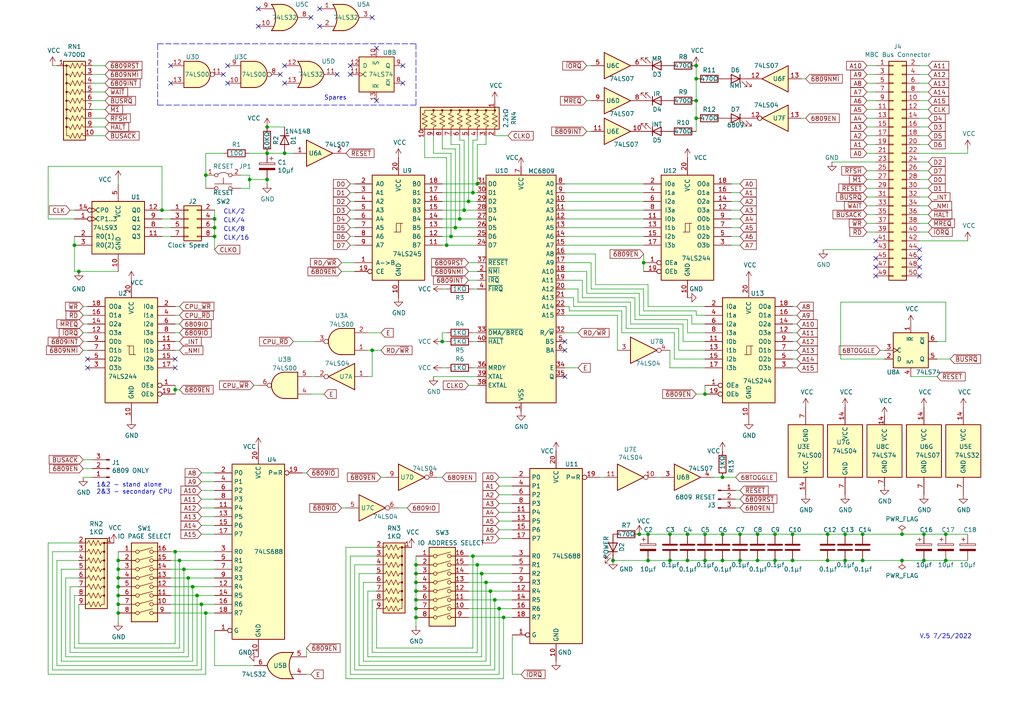
<source format=kicad_sch>
(kicad_sch (version 20211123) (generator eeschema)
  (paper "A4")
  (junction (at 140.97 168.91))
  (junction (at 59.69 177.8))
  (junction (at 274.32 162.56))
  (junction (at 120.65 163.83))
  (junction (at 55.88 170.18))
  (junction (at 62.23 63.5))
  (junction (at 209.55 154.94))
  (junction (at 214.63 154.94))
  (junction (at 22.86 78.74))
  (junction (at 229.87 154.94))
  (junction (at 204.47 154.94))
  (junction (at 82.55 44.45))
  (junction (at 194.31 154.94))
  (junction (at 34.29 167.64))
  (junction (at 120.65 166.37))
  (junction (at 274.32 154.94))
  (junction (at 72.39 52.07))
  (junction (at 120.65 171.45))
  (junction (at 187.96 154.94))
  (junction (at 142.24 171.45))
  (junction (at 137.16 161.29))
  (junction (at 50.8 160.02))
  (junction (at 133.35 63.5))
  (junction (at 129.54 71.12))
  (junction (at 138.43 163.83))
  (junction (at 177.8 162.56))
  (junction (at 250.19 154.94))
  (junction (at 57.15 172.72))
  (junction (at 261.62 162.56))
  (junction (at 34.29 162.56))
  (junction (at 187.96 162.56))
  (junction (at 21.59 71.12))
  (junction (at 143.51 173.99))
  (junction (at 240.03 162.56))
  (junction (at 267.97 162.56))
  (junction (at 135.89 58.42))
  (junction (at 201.93 22.86))
  (junction (at 250.19 162.56))
  (junction (at 201.93 34.29))
  (junction (at 34.29 175.26))
  (junction (at 229.87 162.56))
  (junction (at 58.42 175.26))
  (junction (at 199.39 162.56))
  (junction (at 53.34 165.1))
  (junction (at 34.29 177.8))
  (junction (at 201.93 29.21))
  (junction (at 224.79 154.94))
  (junction (at 34.29 170.18))
  (junction (at 107.95 101.6))
  (junction (at 139.7 166.37))
  (junction (at 128.27 99.06))
  (junction (at 137.16 55.88))
  (junction (at 62.23 66.04))
  (junction (at 219.71 154.94))
  (junction (at 261.62 154.94))
  (junction (at 120.65 176.53))
  (junction (at 52.07 162.56))
  (junction (at 186.69 76.2))
  (junction (at 204.47 162.56))
  (junction (at 146.05 179.07))
  (junction (at 267.97 154.94))
  (junction (at 209.55 138.43))
  (junction (at 77.47 44.45))
  (junction (at 219.71 162.56))
  (junction (at 77.47 52.07))
  (junction (at 240.03 154.94))
  (junction (at 134.62 60.96))
  (junction (at 62.23 68.58))
  (junction (at 34.29 165.1))
  (junction (at 34.29 172.72))
  (junction (at 224.79 162.56))
  (junction (at 54.61 167.64))
  (junction (at 185.42 154.94))
  (junction (at 120.65 179.07))
  (junction (at 209.55 162.56))
  (junction (at 130.81 68.58))
  (junction (at 132.08 66.04))
  (junction (at 245.11 154.94))
  (junction (at 77.47 36.83))
  (junction (at 194.31 162.56))
  (junction (at 120.65 168.91))
  (junction (at 138.43 53.34))
  (junction (at 201.93 19.05))
  (junction (at 214.63 162.56))
  (junction (at 59.69 50.8))
  (junction (at 245.11 162.56))
  (junction (at 50.8 113.03))
  (junction (at 144.78 176.53))
  (junction (at 120.65 173.99))
  (junction (at 204.47 114.3))
  (junction (at 46.99 60.96))
  (junction (at 199.39 154.94))
  (no_connect (at 109.22 29.21))
  (no_connect (at 101.6 21.59))
  (no_connect (at 266.7 74.93))
  (no_connect (at 254 74.93))
  (no_connect (at 254 69.85))
  (no_connect (at 74.93 2.54))
  (no_connect (at 90.17 5.08))
  (no_connect (at 74.93 7.62))
  (no_connect (at 107.95 5.08))
  (no_connect (at 92.71 7.62))
  (no_connect (at 92.71 2.54))
  (no_connect (at 82.55 24.13))
  (no_connect (at 116.84 19.05))
  (no_connect (at 266.7 72.39))
  (no_connect (at 101.6 19.05))
  (no_connect (at 25.4 104.14))
  (no_connect (at 50.8 104.14))
  (no_connect (at 109.22 13.97))
  (no_connect (at 254 77.47))
  (no_connect (at 116.84 24.13))
  (no_connect (at 266.7 80.01))
  (no_connect (at 163.83 99.06))
  (no_connect (at 163.83 101.6))
  (no_connect (at 64.77 21.59))
  (no_connect (at 49.53 19.05))
  (no_connect (at 49.53 24.13))
  (no_connect (at 66.04 24.13))
  (no_connect (at 66.04 19.05))
  (no_connect (at 81.28 21.59))
  (no_connect (at 97.79 21.59))
  (no_connect (at 163.83 109.22))
  (no_connect (at 50.8 106.68))
  (no_connect (at 266.7 77.47))
  (no_connect (at 25.4 106.68))
  (no_connect (at 254 80.01))
  (no_connect (at 82.55 19.05))
  (wire (pts (xy 195.58 96.52) (xy 195.58 104.14)))
  (wire (pts (xy 163.83 91.44) (xy 179.07 91.44)))
  (wire (pts (xy 102.87 53.34) (xy 101.6 53.34)))
  (wire (pts (xy 24.13 138.43) (xy 26.67 138.43)))
  (wire (pts (xy 229.87 101.6) (xy 231.14 101.6)))
  (wire (pts (xy 137.16 55.88) (xy 138.43 55.88)))
  (wire (pts (xy 266.7 41.91) (xy 269.24 41.91)))
  (wire (pts (xy 50.8 101.6) (xy 52.07 101.6)))
  (wire (pts (xy 224.79 154.94) (xy 229.87 154.94)))
  (wire (pts (xy 274.32 162.56) (xy 280.67 162.56)))
  (wire (pts (xy 120.65 166.37) (xy 120.65 168.91)))
  (wire (pts (xy 34.29 172.72) (xy 34.29 175.26)))
  (wire (pts (xy 137.16 83.82) (xy 138.43 83.82)))
  (wire (pts (xy 186.69 76.2) (xy 186.69 78.74)))
  (wire (pts (xy 49.53 160.02) (xy 50.8 160.02)))
  (wire (pts (xy 214.63 162.56) (xy 219.71 162.56)))
  (wire (pts (xy 209.55 154.94) (xy 214.63 154.94)))
  (wire (pts (xy 173.99 138.43) (xy 175.26 138.43)))
  (wire (pts (xy 128.27 66.04) (xy 132.08 66.04)))
  (wire (pts (xy 127 138.43) (xy 128.27 138.43)))
  (wire (pts (xy 128.27 39.37) (xy 128.27 43.18)))
  (wire (pts (xy 254 57.15) (xy 251.46 57.15)))
  (wire (pts (xy 135.89 78.74) (xy 138.43 78.74)))
  (wire (pts (xy 24.13 91.44) (xy 25.4 91.44)))
  (wire (pts (xy 13.97 157.48) (xy 22.86 157.48)))
  (wire (pts (xy 102.87 76.2) (xy 99.06 76.2)))
  (wire (pts (xy 170.18 29.21) (xy 171.45 29.21)))
  (wire (pts (xy 55.88 170.18) (xy 62.23 170.18)))
  (wire (pts (xy 137.16 161.29) (xy 137.16 187.96)))
  (wire (pts (xy 163.83 88.9) (xy 165.1 88.9)))
  (polyline (pts (xy 120.65 12.7) (xy 120.65 30.48)))
  (wire (pts (xy 16.51 19.05) (xy 15.24 19.05)))
  (wire (pts (xy 17.78 191.77) (xy 55.88 191.77)))
  (wire (pts (xy 146.05 179.07) (xy 148.59 179.07)))
  (wire (pts (xy 57.15 193.04) (xy 16.51 193.04)))
  (wire (pts (xy 254 39.37) (xy 251.46 39.37)))
  (wire (pts (xy 62.23 182.88) (xy 62.23 193.04)))
  (wire (pts (xy 254 64.77) (xy 251.46 64.77)))
  (wire (pts (xy 17.78 165.1) (xy 17.78 191.77)))
  (wire (pts (xy 99.06 147.32) (xy 100.33 147.32)))
  (wire (pts (xy 266.7 67.31) (xy 269.24 67.31)))
  (wire (pts (xy 128.27 53.34) (xy 138.43 53.34)))
  (wire (pts (xy 73.66 111.76) (xy 74.93 111.76)))
  (wire (pts (xy 132.08 43.18) (xy 132.08 66.04)))
  (wire (pts (xy 180.34 96.52) (xy 180.34 90.17)))
  (wire (pts (xy 212.09 58.42) (xy 214.63 58.42)))
  (wire (pts (xy 120.65 179.07) (xy 120.65 181.61)))
  (wire (pts (xy 46.99 48.26) (xy 13.97 48.26)))
  (wire (pts (xy 266.7 62.23) (xy 269.24 62.23)))
  (wire (pts (xy 107.95 173.99) (xy 109.22 173.99)))
  (wire (pts (xy 254 44.45) (xy 251.46 44.45)))
  (wire (pts (xy 62.23 139.7) (xy 58.42 139.7)))
  (wire (pts (xy 254 19.05) (xy 251.46 19.05)))
  (wire (pts (xy 254 67.31) (xy 251.46 67.31)))
  (wire (pts (xy 135.89 76.2) (xy 138.43 76.2)))
  (wire (pts (xy 144.78 176.53) (xy 144.78 195.58)))
  (wire (pts (xy 109.22 187.96) (xy 137.16 187.96)))
  (wire (pts (xy 240.03 154.94) (xy 245.11 154.94)))
  (wire (pts (xy 245.11 162.56) (xy 250.19 162.56)))
  (wire (pts (xy 212.09 71.12) (xy 214.63 71.12)))
  (wire (pts (xy 146.05 179.07) (xy 146.05 196.85)))
  (wire (pts (xy 26.67 24.13) (xy 30.48 24.13)))
  (wire (pts (xy 129.54 96.52) (xy 128.27 96.52)))
  (wire (pts (xy 137.16 99.06) (xy 138.43 99.06)))
  (wire (pts (xy 254 52.07) (xy 251.46 52.07)))
  (wire (pts (xy 219.71 162.56) (xy 224.79 162.56)))
  (wire (pts (xy 135.89 173.99) (xy 143.51 173.99)))
  (wire (pts (xy 120.65 171.45) (xy 120.65 173.99)))
  (wire (pts (xy 199.39 154.94) (xy 204.47 154.94)))
  (wire (pts (xy 185.42 154.94) (xy 187.96 154.94)))
  (wire (pts (xy 238.76 72.39) (xy 254 72.39)))
  (wire (pts (xy 107.95 101.6) (xy 107.95 109.22)))
  (wire (pts (xy 13.97 48.26) (xy 13.97 63.5)))
  (wire (pts (xy 166.37 86.36) (xy 166.37 88.9)))
  (wire (pts (xy 85.09 44.45) (xy 82.55 44.45)))
  (wire (pts (xy 62.23 147.32) (xy 58.42 147.32)))
  (wire (pts (xy 135.89 168.91) (xy 140.97 168.91)))
  (wire (pts (xy 163.83 60.96) (xy 186.69 60.96)))
  (wire (pts (xy 102.87 66.04) (xy 101.6 66.04)))
  (wire (pts (xy 50.8 160.02) (xy 62.23 160.02)))
  (wire (pts (xy 187.96 82.55) (xy 172.72 82.55)))
  (wire (pts (xy 58.42 175.26) (xy 62.23 175.26)))
  (wire (pts (xy 135.89 179.07) (xy 146.05 179.07)))
  (wire (pts (xy 140.97 41.91) (xy 138.43 41.91)))
  (wire (pts (xy 214.63 154.94) (xy 219.71 154.94)))
  (wire (pts (xy 254 41.91) (xy 251.46 41.91)))
  (wire (pts (xy 243.84 87.63) (xy 243.84 104.14)))
  (wire (pts (xy 22.86 165.1) (xy 17.78 165.1)))
  (wire (pts (xy 254 54.61) (xy 251.46 54.61)))
  (wire (pts (xy 85.09 99.06) (xy 91.44 99.06)))
  (wire (pts (xy 120.65 176.53) (xy 120.65 179.07)))
  (wire (pts (xy 143.51 39.37) (xy 147.32 39.37)))
  (wire (pts (xy 62.23 63.5) (xy 62.23 66.04)))
  (wire (pts (xy 24.13 101.6) (xy 25.4 101.6)))
  (wire (pts (xy 62.23 144.78) (xy 58.42 144.78)))
  (wire (pts (xy 120.65 168.91) (xy 120.65 171.45)))
  (wire (pts (xy 59.69 195.58) (xy 13.97 195.58)))
  (wire (pts (xy 229.87 104.14) (xy 231.14 104.14)))
  (wire (pts (xy 224.79 162.56) (xy 229.87 162.56)))
  (wire (pts (xy 266.7 44.45) (xy 280.67 44.45)))
  (wire (pts (xy 163.83 55.88) (xy 186.69 55.88)))
  (wire (pts (xy 135.89 176.53) (xy 144.78 176.53)))
  (wire (pts (xy 130.81 39.37) (xy 130.81 41.91)))
  (wire (pts (xy 72.39 50.8) (xy 69.85 50.8)))
  (wire (pts (xy 106.68 96.52) (xy 110.49 96.52)))
  (wire (pts (xy 90.17 114.3) (xy 93.98 114.3)))
  (wire (pts (xy 57.15 172.72) (xy 57.15 193.04)))
  (wire (pts (xy 229.87 99.06) (xy 231.14 99.06)))
  (wire (pts (xy 187.96 154.94) (xy 194.31 154.94)))
  (wire (pts (xy 125.73 109.22) (xy 138.43 109.22)))
  (wire (pts (xy 49.53 177.8) (xy 59.69 177.8)))
  (wire (pts (xy 20.32 170.18) (xy 20.32 189.23)))
  (wire (pts (xy 271.78 104.14) (xy 275.59 104.14)))
  (wire (pts (xy 280.67 44.45) (xy 280.67 43.18)))
  (wire (pts (xy 170.18 19.05) (xy 171.45 19.05)))
  (wire (pts (xy 135.89 163.83) (xy 138.43 163.83)))
  (wire (pts (xy 163.83 53.34) (xy 186.69 53.34)))
  (wire (pts (xy 24.13 133.35) (xy 26.67 133.35)))
  (wire (pts (xy 135.89 171.45) (xy 142.24 171.45)))
  (wire (pts (xy 128.27 55.88) (xy 137.16 55.88)))
  (wire (pts (xy 232.41 22.86) (xy 233.68 22.86)))
  (wire (pts (xy 254 36.83) (xy 251.46 36.83)))
  (wire (pts (xy 49.53 170.18) (xy 55.88 170.18)))
  (wire (pts (xy 207.01 138.43) (xy 209.55 138.43)))
  (wire (pts (xy 49.53 175.26) (xy 58.42 175.26)))
  (wire (pts (xy 204.47 114.3) (xy 204.47 111.76)))
  (wire (pts (xy 135.89 39.37) (xy 135.89 58.42)))
  (wire (pts (xy 201.93 114.3) (xy 204.47 114.3)))
  (wire (pts (xy 109.22 171.45) (xy 106.68 171.45)))
  (wire (pts (xy 16.51 162.56) (xy 22.86 162.56)))
  (wire (pts (xy 171.45 83.82) (xy 186.69 83.82)))
  (wire (pts (xy 194.31 154.94) (xy 199.39 154.94)))
  (wire (pts (xy 254 62.23) (xy 251.46 62.23)))
  (wire (pts (xy 26.67 29.21) (xy 30.48 29.21)))
  (wire (pts (xy 212.09 66.04) (xy 214.63 66.04)))
  (wire (pts (xy 130.81 44.45) (xy 130.81 68.58)))
  (wire (pts (xy 241.3 46.99) (xy 254 46.99)))
  (wire (pts (xy 19.05 167.64) (xy 22.86 167.64)))
  (wire (pts (xy 120.65 173.99) (xy 120.65 176.53)))
  (wire (pts (xy 163.83 66.04) (xy 186.69 66.04)))
  (wire (pts (xy 46.99 60.96) (xy 49.53 60.96)))
  (wire (pts (xy 250.19 154.94) (xy 261.62 154.94)))
  (wire (pts (xy 34.29 78.74) (xy 22.86 78.74)))
  (wire (pts (xy 254 26.67) (xy 251.46 26.67)))
  (wire (pts (xy 181.61 95.25) (xy 181.61 88.9)))
  (wire (pts (xy 26.67 39.37) (xy 30.48 39.37)))
  (wire (pts (xy 266.7 69.85) (xy 280.67 69.85)))
  (wire (pts (xy 266.7 21.59) (xy 269.24 21.59)))
  (wire (pts (xy 133.35 41.91) (xy 133.35 63.5)))
  (polyline (pts (xy 45.72 12.7) (xy 120.65 12.7)))
  (wire (pts (xy 201.93 22.86) (xy 201.93 29.21)))
  (wire (pts (xy 102.87 78.74) (xy 99.06 78.74)))
  (wire (pts (xy 13.97 195.58) (xy 13.97 157.48)))
  (wire (pts (xy 163.83 83.82) (xy 167.64 83.82)))
  (wire (pts (xy 267.97 154.94) (xy 274.32 154.94)))
  (wire (pts (xy 187.96 162.56) (xy 194.31 162.56)))
  (wire (pts (xy 142.24 171.45) (xy 148.59 171.45)))
  (wire (pts (xy 54.61 167.64) (xy 62.23 167.64)))
  (wire (pts (xy 138.43 41.91) (xy 138.43 53.34)))
  (wire (pts (xy 58.42 194.31) (xy 15.24 194.31)))
  (wire (pts (xy 102.87 194.31) (xy 102.87 163.83)))
  (wire (pts (xy 50.8 96.52) (xy 52.07 96.52)))
  (wire (pts (xy 137.16 161.29) (xy 148.59 161.29)))
  (wire (pts (xy 88.9 190.5) (xy 88.9 187.96)))
  (wire (pts (xy 26.67 21.59) (xy 30.48 21.59)))
  (wire (pts (xy 201.93 19.05) (xy 201.93 22.86)))
  (wire (pts (xy 59.69 177.8) (xy 59.69 195.58)))
  (wire (pts (xy 13.97 63.5) (xy 21.59 63.5)))
  (wire (pts (xy 115.57 147.32) (xy 118.11 147.32)))
  (wire (pts (xy 22.86 175.26) (xy 22.86 186.69)))
  (wire (pts (xy 266.7 57.15) (xy 269.24 57.15)))
  (wire (pts (xy 100.33 196.85) (xy 100.33 158.75)))
  (wire (pts (xy 266.7 39.37) (xy 269.24 39.37)))
  (wire (pts (xy 274.32 154.94) (xy 280.67 154.94)))
  (wire (pts (xy 135.89 161.29) (xy 137.16 161.29)))
  (wire (pts (xy 254 31.75) (xy 251.46 31.75)))
  (wire (pts (xy 266.7 54.61) (xy 269.24 54.61)))
  (wire (pts (xy 21.59 172.72) (xy 22.86 172.72)))
  (wire (pts (xy 144.78 176.53) (xy 148.59 176.53)))
  (wire (pts (xy 49.53 162.56) (xy 52.07 162.56)))
  (wire (pts (xy 59.69 54.61) (xy 59.69 50.8)))
  (wire (pts (xy 140.97 191.77) (xy 105.41 191.77)))
  (wire (pts (xy 77.47 52.07) (xy 72.39 52.07)))
  (wire (pts (xy 90.17 195.58) (xy 88.9 195.58)))
  (wire (pts (xy 129.54 71.12) (xy 129.54 45.72)))
  (wire (pts (xy 195.58 96.52) (xy 180.34 96.52)))
  (wire (pts (xy 77.47 44.45) (xy 72.39 44.45)))
  (wire (pts (xy 266.7 24.13) (xy 269.24 24.13)))
  (wire (pts (xy 34.29 165.1) (xy 34.29 167.64)))
  (wire (pts (xy 62.23 60.96) (xy 62.23 63.5)))
  (wire (pts (xy 52.07 162.56) (xy 62.23 162.56)))
  (wire (pts (xy 21.59 78.74) (xy 21.59 71.12)))
  (wire (pts (xy 62.23 152.4) (xy 58.42 152.4)))
  (wire (pts (xy 55.88 170.18) (xy 55.88 191.77)))
  (wire (pts (xy 187.96 88.9) (xy 204.47 88.9)))
  (wire (pts (xy 185.42 91.44) (xy 185.42 85.09)))
  (wire (pts (xy 135.89 166.37) (xy 139.7 166.37)))
  (wire (pts (xy 171.45 76.2) (xy 171.45 83.82)))
  (wire (pts (xy 163.83 58.42) (xy 186.69 58.42)))
  (wire (pts (xy 137.16 40.64) (xy 137.16 55.88)))
  (wire (pts (xy 261.62 162.56) (xy 267.97 162.56)))
  (wire (pts (xy 50.8 93.98) (xy 52.07 93.98)))
  (wire (pts (xy 213.36 147.32) (xy 214.63 147.32)))
  (wire (pts (xy 50.8 88.9) (xy 52.07 88.9)))
  (wire (pts (xy 195.58 104.14) (xy 204.47 104.14)))
  (wire (pts (xy 266.7 36.83) (xy 269.24 36.83)))
  (polyline (pts (xy 45.72 30.48) (xy 45.72 12.7)))
  (wire (pts (xy 102.87 55.88) (xy 101.6 55.88)))
  (wire (pts (xy 209.55 138.43) (xy 213.36 138.43)))
  (wire (pts (xy 250.19 162.56) (xy 261.62 162.56)))
  (wire (pts (xy 134.62 60.96) (xy 138.43 60.96)))
  (wire (pts (xy 15.24 194.31) (xy 15.24 160.02)))
  (wire (pts (xy 50.8 114.3) (xy 50.8 113.03)))
  (wire (pts (xy 163.83 96.52) (xy 167.64 96.52)))
  (wire (pts (xy 59.69 177.8) (xy 62.23 177.8)))
  (wire (pts (xy 125.73 44.45) (xy 130.81 44.45)))
  (wire (pts (xy 34.29 160.02) (xy 34.29 162.56)))
  (wire (pts (xy 138.43 163.83) (xy 148.59 163.83)))
  (wire (pts (xy 46.99 60.96) (xy 46.99 48.26)))
  (wire (pts (xy 212.09 60.96) (xy 214.63 60.96)))
  (wire (pts (xy 130.81 41.91) (xy 133.35 41.91)))
  (wire (pts (xy 212.09 68.58) (xy 214.63 68.58)))
  (wire (pts (xy 120.65 163.83) (xy 120.65 166.37)))
  (wire (pts (xy 204.47 162.56) (xy 209.55 162.56)))
  (wire (pts (xy 77.47 53.34) (xy 77.47 52.07)))
  (wire (pts (xy 267.97 162.56) (xy 274.32 162.56)))
  (wire (pts (xy 46.99 68.58) (xy 49.53 68.58)))
  (wire (pts (xy 186.69 90.17) (xy 201.93 90.17)))
  (wire (pts (xy 148.59 143.51) (xy 144.78 143.51)))
  (wire (pts (xy 143.51 173.99) (xy 143.51 194.31)))
  (wire (pts (xy 138.43 163.83) (xy 138.43 189.23)))
  (wire (pts (xy 109.22 166.37) (xy 104.14 166.37)))
  (wire (pts (xy 20.32 189.23) (xy 53.34 189.23)))
  (wire (pts (xy 34.29 167.64) (xy 34.29 170.18)))
  (wire (pts (xy 172.72 73.66) (xy 172.72 82.55)))
  (wire (pts (xy 24.13 96.52) (xy 25.4 96.52)))
  (wire (pts (xy 26.67 26.67) (xy 30.48 26.67)))
  (wire (pts (xy 133.35 39.37) (xy 133.35 40.64)))
  (wire (pts (xy 58.42 175.26) (xy 58.42 194.31)))
  (wire (pts (xy 21.59 187.96) (xy 21.59 172.72)))
  (wire (pts (xy 240.03 162.56) (xy 245.11 162.56)))
  (wire (pts (xy 199.39 162.56) (xy 204.47 162.56)))
  (wire (pts (xy 148.59 153.67) (xy 144.78 153.67)))
  (wire (pts (xy 135.89 111.76) (xy 138.43 111.76)))
  (wire (pts (xy 196.85 95.25) (xy 196.85 101.6)))
  (wire (pts (xy 148.59 146.05) (xy 144.78 146.05)))
  (wire (pts (xy 102.87 63.5) (xy 101.6 63.5)))
  (wire (pts (xy 50.8 113.03) (xy 50.8 111.76)))
  (wire (pts (xy 229.87 93.98) (xy 231.14 93.98)))
  (wire (pts (xy 46.99 66.04) (xy 49.53 66.04)))
  (wire (pts (xy 264.16 109.22) (xy 271.78 109.22)))
  (wire (pts (xy 229.87 106.68) (xy 231.14 106.68)))
  (wire (pts (xy 90.17 109.22) (xy 91.44 109.22)))
  (wire (pts (xy 163.83 86.36) (xy 166.37 86.36)))
  (wire (pts (xy 184.15 92.71) (xy 199.39 92.71)))
  (wire (pts (xy 163.83 73.66) (xy 172.72 73.66)))
  (wire (pts (xy 194.31 101.6) (xy 194.31 106.68)))
  (wire (pts (xy 100.33 158.75) (xy 109.22 158.75)))
  (wire (pts (xy 128.27 96.52) (xy 128.27 99.06)))
  (wire (pts (xy 123.19 45.72) (xy 123.19 39.37)))
  (wire (pts (xy 120.65 161.29) (xy 120.65 163.83)))
  (wire (pts (xy 170.18 38.1) (xy 171.45 38.1)))
  (wire (pts (xy 186.69 90.17) (xy 186.69 83.82)))
  (wire (pts (xy 24.13 88.9) (xy 25.4 88.9)))
  (wire (pts (xy 128.27 58.42) (xy 135.89 58.42)))
  (wire (pts (xy 101.6 161.29) (xy 109.22 161.29)))
  (wire (pts (xy 87.63 137.16) (xy 88.9 137.16)))
  (wire (pts (xy 102.87 60.96) (xy 101.6 60.96)))
  (wire (pts (xy 274.32 99.06) (xy 271.78 99.06)))
  (wire (pts (xy 62.23 154.94) (xy 58.42 154.94)))
  (wire (pts (xy 26.67 34.29) (xy 30.48 34.29)))
  (wire (pts (xy 254 21.59) (xy 251.46 21.59)))
  (wire (pts (xy 15.24 160.02) (xy 22.86 160.02)))
  (wire (pts (xy 229.87 88.9) (xy 231.14 88.9)))
  (wire (pts (xy 144.78 195.58) (xy 101.6 195.58)))
  (wire (pts (xy 201.93 91.44) (xy 204.47 91.44)))
  (wire (pts (xy 72.39 52.07) (xy 72.39 50.8)))
  (wire (pts (xy 209.55 162.56) (xy 214.63 162.56)))
  (wire (pts (xy 229.87 154.94) (xy 240.03 154.94)))
  (wire (pts (xy 52.07 91.44) (xy 50.8 91.44)))
  (wire (pts (xy 34.29 177.8) (xy 34.29 180.34)))
  (wire (pts (xy 24.13 135.89) (xy 26.67 135.89)))
  (wire (pts (xy 196.85 101.6) (xy 204.47 101.6)))
  (wire (pts (xy 110.49 138.43) (xy 111.76 138.43)))
  (wire (pts (xy 53.34 165.1) (xy 53.34 189.23)))
  (wire (pts (xy 21.59 71.12) (xy 21.59 68.58)))
  (wire (pts (xy 148.59 148.59) (xy 144.78 148.59)))
  (wire (pts (xy 142.24 171.45) (xy 142.24 193.04)))
  (wire (pts (xy 165.1 90.17) (xy 180.34 90.17)))
  (wire (pts (xy 229.87 162.56) (xy 240.03 162.56)))
  (wire (pts (xy 49.53 165.1) (xy 53.34 165.1)))
  (wire (pts (xy 148.59 156.21) (xy 144.78 156.21)))
  (wire (pts (xy 128.27 106.68) (xy 129.54 106.68)))
  (wire (pts (xy 128.27 71.12) (xy 129.54 71.12)))
  (wire (pts (xy 177.8 162.56) (xy 187.96 162.56)))
  (wire (pts (xy 135.89 58.42) (xy 138.43 58.42)))
  (wire (pts (xy 168.91 81.28) (xy 168.91 86.36)))
  (wire (pts (xy 266.7 52.07) (xy 269.24 52.07)))
  (wire (pts (xy 204.47 154.94) (xy 209.55 154.94)))
  (wire (pts (xy 266.7 19.05) (xy 269.24 19.05)))
  (wire (pts (xy 62.23 193.04) (xy 73.66 193.04)))
  (wire (pts (xy 266.7 26.67) (xy 269.24 26.67)))
  (wire (pts (xy 129.54 45.72) (xy 123.19 45.72)))
  (wire (pts (xy 104.14 193.04) (xy 142.24 193.04)))
  (wire (pts (xy 138.43 39.37) (xy 138.43 40.64)))
  (wire (pts (xy 107.95 189.23) (xy 107.95 173.99)))
  (wire (pts (xy 165.1 88.9) (xy 165.1 90.17)))
  (wire (pts (xy 102.87 71.12) (xy 101.6 71.12)))
  (wire (pts (xy 62.23 137.16) (xy 58.42 137.16)))
  (wire (pts (xy 62.23 142.24) (xy 58.42 142.24)))
  (wire (pts (xy 22.86 170.18) (xy 20.32 170.18)))
  (wire (pts (xy 170.18 78.74) (xy 170.18 85.09)))
  (wire (pts (xy 128.27 60.96) (xy 134.62 60.96)))
  (wire (pts (xy 266.7 49.53) (xy 269.24 49.53)))
  (wire (pts (xy 62.23 68.58) (xy 62.23 72.39)))
  (wire (pts (xy 129.54 71.12) (xy 138.43 71.12)))
  (wire (pts (xy 190.5 138.43) (xy 191.77 138.43)))
  (wire (pts (xy 59.69 50.8) (xy 59.69 44.45)))
  (wire (pts (xy 106.68 171.45) (xy 106.68 190.5)))
  (wire (pts (xy 167.64 83.82) (xy 167.64 87.63)))
  (wire (pts (xy 148.59 151.13) (xy 144.78 151.13)))
  (wire (pts (xy 163.83 76.2) (xy 171.45 76.2)))
  (wire (pts (xy 200.66 91.44) (xy 200.66 93.98)))
  (wire (pts (xy 106.68 101.6) (xy 107.95 101.6)))
  (wire (pts (xy 212.09 53.34) (xy 214.63 53.34)))
  (wire (pts (xy 254 49.53) (xy 251.46 49.53)))
  (wire (pts (xy 261.62 154.94) (xy 267.97 154.94)))
  (wire (pts (xy 128.27 83.82) (xy 129.54 83.82)))
  (wire (pts (xy 50.8 160.02) (xy 50.8 186.69)))
  (wire (pts (xy 137.16 106.68) (xy 138.43 106.68)))
  (wire (pts (xy 105.41 191.77) (xy 105.41 168.91)))
  (wire (pts (xy 266.7 46.99) (xy 269.24 46.99)))
  (wire (pts (xy 26.67 31.75) (xy 30.48 31.75)))
  (wire (pts (xy 229.87 96.52) (xy 231.14 96.52)))
  (wire (pts (xy 128.27 68.58) (xy 130.81 68.58)))
  (wire (pts (xy 26.67 19.05) (xy 30.48 19.05)))
  (wire (pts (xy 213.36 144.78) (xy 214.63 144.78)))
  (wire (pts (xy 168.91 86.36) (xy 184.15 86.36)))
  (wire (pts (xy 266.7 29.21) (xy 269.24 29.21)))
  (wire (pts (xy 198.12 93.98) (xy 198.12 99.06)))
  (wire (pts (xy 166.37 88.9) (xy 181.61 88.9)))
  (wire (pts (xy 138.43 40.64) (xy 137.16 40.64)))
  (wire (pts (xy 139.7 166.37) (xy 148.59 166.37)))
  (wire (pts (xy 106.68 190.5) (xy 139.7 190.5)))
  (wire (pts (xy 69.85 54.61) (xy 72.39 54.61)))
  (wire (pts (xy 82.55 36.83) (xy 77.47 36.83)))
  (wire (pts (xy 255.27 101.6) (xy 256.54 101.6)))
  (wire (pts (xy 266.7 64.77) (xy 269.24 64.77)))
  (wire (pts (xy 140.97 39.37) (xy 140.97 41.91)))
  (wire (pts (xy 254 29.21) (xy 251.46 29.21)))
  (wire (pts (xy 213.36 142.24) (xy 214.63 142.24)))
  (wire (pts (xy 62.23 149.86) (xy 58.42 149.86)))
  (wire (pts (xy 52.07 187.96) (xy 21.59 187.96)))
  (wire (pts (xy 186.69 73.66) (xy 186.69 76.2)))
  (wire (pts (xy 148.59 140.97) (xy 144.78 140.97)))
  (wire (pts (xy 104.14 166.37) (xy 104.14 193.04)))
  (wire (pts (xy 50.8 99.06) (xy 52.07 99.06)))
  (wire (pts (xy 134.62 40.64) (xy 134.62 60.96)))
  (wire (pts (xy 128.27 43.18) (xy 132.08 43.18)))
  (wire (pts (xy 148.59 138.43) (xy 144.78 138.43)))
  (wire (pts (xy 107.95 101.6) (xy 110.49 101.6)))
  (wire (pts (xy 245.11 154.94) (xy 250.19 154.94)))
  (wire (pts (xy 135.89 81.28) (xy 138.43 81.28)))
  (wire (pts (xy 139.7 166.37) (xy 139.7 190.5)))
  (wire (pts (xy 24.13 99.06) (xy 25.4 99.06)))
  (wire (pts (xy 179.07 91.44) (xy 179.07 101.6)))
  (wire (pts (xy 106.68 109.22) (xy 107.95 109.22)))
  (wire (pts (xy 102.87 58.42) (xy 101.6 58.42)))
  (wire (pts (xy 198.12 99.06) (xy 204.47 99.06)))
  (wire (pts (xy 34.29 53.34) (xy 34.29 52.07)))
  (wire (pts (xy 34.29 175.26) (xy 34.29 177.8)))
  (wire (pts (xy 128.27 63.5) (xy 133.35 63.5)))
  (wire (pts (xy 199.39 92.71) (xy 199.39 96.52)))
  (wire (pts (xy 163.83 106.68) (xy 167.64 106.68)))
  (wire (pts (xy 181.61 95.25) (xy 196.85 95.25)))
  (wire (pts (xy 167.64 87.63) (xy 182.88 87.63)))
  (wire (pts (xy 148.59 184.15) (xy 148.59 195.58)))
  (wire (pts (xy 34.29 162.56) (xy 34.29 165.1)))
  (wire (pts (xy 72.39 54.61) (xy 72.39 52.07)))
  (wire (pts (xy 146.05 196.85) (xy 100.33 196.85)))
  (wire (pts (xy 82.55 44.45) (xy 77.47 44.45)))
  (wire (pts (xy 274.32 87.63) (xy 274.32 99.06)))
  (wire (pts (xy 102.87 163.83) (xy 109.22 163.83)))
  (wire (pts (xy 62.23 66.04) (xy 62.23 68.58)))
  (wire (pts (xy 21.59 60.96) (xy 20.32 60.96)))
  (wire (pts (xy 254 24.13) (xy 251.46 24.13)))
  (wire (pts (xy 22.86 78.74) (xy 21.59 78.74)))
  (wire (pts (xy 143.51 194.31) (xy 102.87 194.31)))
  (wire (pts (xy 128.27 99.06) (xy 129.54 99.06)))
  (wire (pts (xy 199.39 96.52) (xy 204.47 96.52)))
  (wire (pts (xy 243.84 104.14) (xy 256.54 104.14)))
  (wire (pts (xy 201.93 29.21) (xy 201.93 34.29)))
  (wire (pts (xy 212.09 63.5) (xy 214.63 63.5)))
  (wire (pts (xy 194.31 106.68) (xy 204.47 106.68)))
  (polyline (pts (xy 120.65 30.48) (xy 45.72 30.48)))
  (wire (pts (xy 49.53 167.64) (xy 54.61 167.64)))
  (wire (pts (xy 219.71 154.94) (xy 224.79 154.94)))
  (wire (pts (xy 243.84 87.63) (xy 274.32 87.63)))
  (wire (pts (xy 19.05 190.5) (xy 19.05 167.64)))
  (wire (pts (xy 133.35 63.5) (xy 138.43 63.5)))
  (wire (pts (xy 54.61 190.5) (xy 19.05 190.5)))
  (wire (pts (xy 52.07 162.56) (xy 52.07 187.96)))
  (wire (pts (xy 125.73 39.37) (xy 125.73 44.45)))
  (wire (pts (xy 201.93 90.17) (xy 201.93 91.44)))
  (wire (pts (xy 102.87 68.58) (xy 101.6 68.58)))
  (wire (pts (xy 194.31 162.56) (xy 199.39 162.56)))
  (wire (pts (xy 229.87 91.44) (xy 231.14 91.44)))
  (wire (pts (xy 212.09 55.88) (xy 214.63 55.88)))
  (wire (pts (xy 143.51 173.99) (xy 148.59 173.99)))
  (wire (pts (xy 140.97 168.91) (xy 148.59 168.91)))
  (wire (pts (xy 49.53 172.72) (xy 57.15 172.72)))
  (wire (pts (xy 130.81 68.58) (xy 138.43 68.58)))
  (wire (pts (xy 26.67 36.83) (xy 30.48 36.83)))
  (wire (pts (xy 232.41 34.29) (xy 233.68 34.29)))
  (wire (pts (xy 170.18 85.09) (xy 185.42 85.09)))
  (wire (pts (xy 266.7 31.75) (xy 269.24 31.75)))
  (wire (pts (xy 148.59 195.58) (xy 151.13 195.58)))
  (wire (pts (xy 57.15 172.72) (xy 62.23 172.72)))
  (wire (pts (xy 50.8 113.03) (xy 52.07 113.03)))
  (wire (pts (xy 137.16 96.52) (xy 138.43 96.52)))
  (wire (pts (xy 182.88 93.98) (xy 182.88 87.63)))
  (wire (pts (xy 138.43 189.23) (xy 107.95 189.23)))
  (wire (pts (xy 184.15 92.71) (xy 184.15 86.36)))
  (wire (pts (xy 163.83 78.74) (xy 170.18 78.74)))
  (wire (pts (xy 16.51 193.04) (xy 16.51 162.56)))
  (wire (pts (xy 163.83 81.28) (xy 168.91 81.28)))
  (wire (pts (xy 54.61 167.64) (xy 54.61 190.5)))
  (wire (pts (xy 266.7 34.29) (xy 269.24 34.29)))
  (wire (pts (xy 109.22 176.53) (xy 109.22 187.96)))
  (wire (pts (xy 22.86 186.69) (xy 50.8 186.69)))
  (wire (pts (xy 140.97 168.91) (xy 140.97 191.77)))
  (wire (pts (xy 163.83 71.12) (xy 186.69 71.12)))
  (wire (pts (xy 101.6 195.58) (xy 101.6 161.29)))
  (wire (pts (xy 163.83 63.5) (xy 186.69 63.5)))
  (wire (pts (xy 163.83 68.58) (xy 186.69 68.58)))
  (wire (pts (xy 34.29 170.18) (xy 34.29 172.72)))
  (wire (pts (xy 200.66 93.98) (xy 204.47 93.98)))
  (wire (pts (xy 105.41 168.91) (xy 109.22 168.91)))
  (wire (pts (xy 254 34.29) (xy 251.46 34.29)))
  (wire (pts (xy 266.7 59.69) (xy 269.24 59.69)))
  (wire (pts (xy 133.35 40.64) (xy 134.62 40.64)))
  (wire (pts (xy 132.08 66.04) (xy 138.43 66.04)))
  (wire (pts (xy 59.69 44.45) (xy 64.77 44.45)))
  (wire (pts (xy 182.88 93.98) (xy 198.12 93.98)))
  (wire (pts (xy 254 59.69) (xy 251.46 59.69)))
  (wire (pts (xy 201.93 34.29) (xy 201.93 38.1)))
  (wire (pts (xy 46.99 63.5) (xy 49.53 63.5)))
  (wire (pts (xy 53.34 165.1) (xy 62.23 165.1)))
  (wire (pts (xy 187.96 88.9) (xy 187.96 82.55)))
  (wire (pts (xy 185.42 91.44) (xy 200.66 91.44)))
  (wire (pts (xy 24.13 93.98) (xy 25.4 93.98)))
  (text "CLK/4" (at 64.77 64.77 0) (effects (font (size 1.27 1.27)) (justify left bottom)))
  (text "Spares\n" (at 93.98 29.21 0) (effects (font (size 1.27 1.27)) (justify left bottom)))
  (text "CLK/8" (at 64.77 67.31 0) (effects (font (size 1.27 1.27)) (justify left bottom)))
  (text "CLK/2" (at 64.77 62.23 0) (effects (font (size 1.27 1.27)) (justify left bottom)))
  (text "V.5 7/25/2022\n" (at 266.7 185.42 0) (effects (font (size 1.27 1.27)) (justify left bottom)))
  (text "CLK/16" (at 64.77 69.85 0) (effects (font (size 1.27 1.27)) (justify left bottom)))
  (text "1&2 - stand alone\n2&3 - secondary CPU" (at 27.94 143.51 0) (effects (font (size 1.27 1.27)) (justify left bottom)))
  (global_label "A6" (shape input) (at 251.46 29.21 180) (property "Intersheet References" "${INTERSHEET_REFS}" (at 167.64 127 0)))
  (global_label "~{RESET}" (shape input) (at 271.78 109.22 0) (property "Intersheet References" "${INTERSHEET_REFS}" (at 167.64 127 0)))
  (global_label "~{6809EN}" (shape input) (at 52.07 113.03 0) (property "Intersheet References" "${INTERSHEET_REFS}" (at 165.1 123.19 0)))
  (global_label "~{IORQ}" (shape input) (at 151.13 195.58 0) (property "Intersheet References" "${INTERSHEET_REFS}" (at 167.64 127 0)))
  (global_label "CLK" (shape input) (at 269.24 31.75 0) (property "Intersheet References" "${INTERSHEET_REFS}" (at 167.64 127 0)))
  (global_label "~{RFSH}" (shape input) (at 30.48 34.29 0) (property "Intersheet References" "${INTERSHEET_REFS}" (at 167.64 127 0)))
  (global_label "RD/~{WR}" (shape input) (at 110.49 101.6 0) (property "Intersheet References" "${INTERSHEET_REFS}" (at 194.31 160.02 0)))
  (global_label "~{WR}" (shape input) (at 251.46 64.77 180) (property "Intersheet References" "${INTERSHEET_REFS}" (at 167.64 127 0)))
  (global_label "~{6809INT}" (shape input) (at 30.48 24.13 0) (property "Intersheet References" "${INTERSHEET_REFS}" (at 167.64 127 0)))
  (global_label "~{IORQ}" (shape input) (at 269.24 67.31 0) (property "Intersheet References" "${INTERSHEET_REFS}" (at 167.64 127 0)))
  (global_label "~{BUSACK}" (shape input) (at 30.48 39.37 0) (property "Intersheet References" "${INTERSHEET_REFS}" (at 167.64 127 0)))
  (global_label "E" (shape input) (at 167.64 106.68 0) (property "Intersheet References" "${INTERSHEET_REFS}" (at 171.1132 106.6006 0) (effects (justify left))))
  (global_label "CLKO" (shape input) (at 147.32 39.37 0) (property "Intersheet References" "${INTERSHEET_REFS}" (at 24.13 -93.98 0)))
  (global_label "~{MREQ}" (shape input) (at 170.18 29.21 180) (property "Intersheet References" "${INTERSHEET_REFS}" (at 133.35 134.62 0)))
  (global_label "A7" (shape input) (at 251.46 26.67 180) (property "Intersheet References" "${INTERSHEET_REFS}" (at 167.64 127 0)))
  (global_label "A12" (shape input) (at 269.24 21.59 0) (property "Intersheet References" "${INTERSHEET_REFS}" (at 167.64 127 0)))
  (global_label "E" (shape input) (at 90.17 195.58 0) (property "Intersheet References" "${INTERSHEET_REFS}" (at 93.6432 195.5006 0) (effects (justify left))))
  (global_label "~{6809NMI}" (shape input) (at 30.48 21.59 0) (property "Intersheet References" "${INTERSHEET_REFS}" (at 167.64 127 0)))
  (global_label "~{BUSACK}" (shape input) (at 24.13 133.35 180) (property "Intersheet References" "${INTERSHEET_REFS}" (at 167.64 127 0)))
  (global_label "D0" (shape input) (at 269.24 52.07 0) (property "Intersheet References" "${INTERSHEET_REFS}" (at 167.64 127 0)))
  (global_label "_INT" (shape input) (at 52.07 99.06 0) (property "Intersheet References" "${INTERSHEET_REFS}" (at 165.1 124.46 0)))
  (global_label "~{HALT}" (shape input) (at 30.48 36.83 0) (property "Intersheet References" "${INTERSHEET_REFS}" (at 167.64 127 0)))
  (global_label "~{WAIT}" (shape input) (at 251.46 59.69 180) (property "Intersheet References" "${INTERSHEET_REFS}" (at 167.64 127 0)))
  (global_label "A10" (shape input) (at 251.46 19.05 180) (property "Intersheet References" "${INTERSHEET_REFS}" (at 167.64 127 0)))
  (global_label "A1" (shape input) (at 251.46 41.91 180) (property "Intersheet References" "${INTERSHEET_REFS}" (at 167.64 127 0)))
  (global_label "~{RD}" (shape input) (at 251.46 67.31 180) (property "Intersheet References" "${INTERSHEET_REFS}" (at 167.64 127 0)))
  (global_label "D4" (shape input) (at 101.6 63.5 180) (property "Intersheet References" "${INTERSHEET_REFS}" (at 264.16 -44.45 0) (effects (justify left))))
  (global_label "~{RESET}" (shape input) (at 251.46 54.61 180) (property "Intersheet References" "${INTERSHEET_REFS}" (at 167.64 127 0)))
  (global_label "6809EN" (shape input) (at 214.63 147.32 0) (property "Intersheet References" "${INTERSHEET_REFS}" (at 140.97 100.33 0)))
  (global_label "~{6809NMI}" (shape input) (at 233.68 22.86 0) (property "Intersheet References" "${INTERSHEET_REFS}" (at 270.51 -54.61 0)))
  (global_label "A6" (shape input) (at 214.63 68.58 0) (property "Intersheet References" "${INTERSHEET_REFS}" (at 39.37 29.21 0)))
  (global_label "68TOGGLE" (shape input) (at 213.36 138.43 0) (property "Intersheet References" "${INTERSHEET_REFS}" (at 163.83 127 0)))
  (global_label "CPU_~{RD}" (shape input) (at 52.07 91.44 0) (property "Intersheet References" "${INTERSHEET_REFS}" (at 61.7723 91.5194 0) (effects (justify left))))
  (global_label "A4" (shape input) (at 214.63 63.5 0) (property "Intersheet References" "${INTERSHEET_REFS}" (at 39.37 29.21 0)))
  (global_label "~{6809INT}" (shape input) (at 170.18 38.1 180) (property "Intersheet References" "${INTERSHEET_REFS}" (at 133.35 124.46 0)))
  (global_label "~{IORQ}" (shape input) (at 170.18 19.05 180) (property "Intersheet References" "${INTERSHEET_REFS}" (at 133.35 114.3 0)))
  (global_label "E" (shape input) (at 110.49 96.52 0) (property "Intersheet References" "${INTERSHEET_REFS}" (at 113.9632 96.4406 0) (effects (justify left))))
  (global_label "A6" (shape input) (at 144.78 153.67 180) (property "Intersheet References" "${INTERSHEET_REFS}" (at 167.64 127 0)))
  (global_label "~{BUSRQ}" (shape input) (at 251.46 57.15 180) (property "Intersheet References" "${INTERSHEET_REFS}" (at 167.64 127 0)))
  (global_label "~{WAIT}" (shape input) (at 30.48 26.67 0) (property "Intersheet References" "${INTERSHEET_REFS}" (at 167.64 127 0)))
  (global_label "A14" (shape input) (at 58.42 152.4 180) (property "Intersheet References" "${INTERSHEET_REFS}" (at 167.64 127 0)))
  (global_label "D2" (shape input) (at 101.6 58.42 180) (property "Intersheet References" "${INTERSHEET_REFS}" (at 264.16 -44.45 0) (effects (justify left))))
  (global_label "A0" (shape input) (at 144.78 138.43 180) (property "Intersheet References" "${INTERSHEET_REFS}" (at 167.64 127 0)))
  (global_label "A9" (shape input) (at 251.46 21.59 180) (property "Intersheet References" "${INTERSHEET_REFS}" (at 167.64 127 0)))
  (global_label "A7" (shape input) (at 214.63 71.12 0) (property "Intersheet References" "${INTERSHEET_REFS}" (at 39.37 29.21 0)))
  (global_label "~{6809EN}" (shape input) (at 24.13 135.89 180) (property "Intersheet References" "${INTERSHEET_REFS}" (at 167.64 127 0)))
  (global_label "A5" (shape input) (at 251.46 31.75 180) (property "Intersheet References" "${INTERSHEET_REFS}" (at 167.64 127 0)))
  (global_label "A3" (shape input) (at 251.46 36.83 180) (property "Intersheet References" "${INTERSHEET_REFS}" (at 167.64 127 0)))
  (global_label "CLK" (shape input) (at 20.32 60.96 180) (property "Intersheet References" "${INTERSHEET_REFS}" (at 168.91 132.08 0)))
  (global_label "6809EN" (shape input) (at 233.68 34.29 0) (property "Intersheet References" "${INTERSHEET_REFS}" (at 273.05 -33.02 0)))
  (global_label "6809IO" (shape input) (at 118.11 147.32 0) (property "Intersheet References" "${INTERSHEET_REFS}" (at 22.86 25.4 0)))
  (global_label "~{6809INT}" (shape input) (at 135.89 81.28 180) (property "Intersheet References" "${INTERSHEET_REFS}" (at 60.96 45.72 0)))
  (global_label "~{6809EN}" (shape input) (at 110.49 138.43 180) (property "Intersheet References" "${INTERSHEET_REFS}" (at 36.83 25.4 0)))
  (global_label "D0" (shape input) (at 101.6 53.34 180) (property "Intersheet References" "${INTERSHEET_REFS}" (at 264.16 -44.45 0) (effects (justify left))))
  (global_label "A3" (shape input) (at 144.78 146.05 180) (property "Intersheet References" "${INTERSHEET_REFS}" (at 167.64 127 0)))
  (global_label "~{BUSRQ}" (shape input) (at 30.48 29.21 0) (property "Intersheet References" "${INTERSHEET_REFS}" (at 167.64 127 0)))
  (global_label "~{6809NMI}" (shape input) (at 24.13 101.6 180) (property "Intersheet References" "${INTERSHEET_REFS}" (at 168.91 124.46 0)))
  (global_label "~{6809IO}" (shape input) (at 99.06 147.32 180) (property "Intersheet References" "${INTERSHEET_REFS}" (at 25.4 25.4 0)))
  (global_label "_NMI" (shape input) (at 52.07 101.6 0) (property "Intersheet References" "${INTERSHEET_REFS}" (at 165.1 124.46 0)))
  (global_label "D1" (shape input) (at 101.6 55.88 180) (property "Intersheet References" "${INTERSHEET_REFS}" (at 264.16 -44.45 0) (effects (justify left))))
  (global_label "A4" (shape input) (at 144.78 148.59 180) (property "Intersheet References" "${INTERSHEET_REFS}" (at 167.64 127 0)))
  (global_label "RD/~{WR}" (shape input) (at 167.64 96.52 0) (property "Intersheet References" "${INTERSHEET_REFS}" (at 251.46 154.94 0)))
  (global_label "A14" (shape input) (at 231.14 104.14 0) (property "Intersheet References" "${INTERSHEET_REFS}" (at 39.37 29.21 0)))
  (global_label "~{HALT}" (shape input) (at 269.24 62.23 0) (property "Intersheet References" "${INTERSHEET_REFS}" (at 167.64 127 0)))
  (global_label "CLKO" (shape input) (at 62.23 72.39 0) (property "Intersheet References" "${INTERSHEET_REFS}" (at 168.91 146.05 0)))
  (global_label "CPU_~{WR}" (shape input) (at 73.66 111.76 180) (property "Intersheet References" "${INTERSHEET_REFS}" (at 63.7763 111.6806 0) (effects (justify right))))
  (global_label "~{M1}" (shape input) (at 30.48 31.75 0) (property "Intersheet References" "${INTERSHEET_REFS}" (at 167.64 127 0)))
  (global_label "D4" (shape input) (at 269.24 34.29 0) (property "Intersheet References" "${INTERSHEET_REFS}" (at 167.64 127 0)))
  (global_label "A1" (shape input) (at 144.78 140.97 180) (property "Intersheet References" "${INTERSHEET_REFS}" (at 167.64 127 0)))
  (global_label "A13" (shape input) (at 58.42 149.86 180) (property "Intersheet References" "${INTERSHEET_REFS}" (at 167.64 127 0)))
  (global_label "D5" (shape input) (at 101.6 66.04 180) (property "Intersheet References" "${INTERSHEET_REFS}" (at 264.16 -44.45 0) (effects (justify left))))
  (global_label "A7" (shape input) (at 144.78 156.21 180) (property "Intersheet References" "${INTERSHEET_REFS}" (at 167.64 127 0)))
  (global_label "~{RD}" (shape input) (at 24.13 91.44 180) (property "Intersheet References" "${INTERSHEET_REFS}" (at 168.91 124.46 0)))
  (global_label "~{6809EN}" (shape input) (at 201.93 114.3 180) (property "Intersheet References" "${INTERSHEET_REFS}" (at 39.37 29.21 0)))
  (global_label "D2" (shape input) (at 269.24 46.99 0) (property "Intersheet References" "${INTERSHEET_REFS}" (at 167.64 127 0)))
  (global_label "_NMI" (shape input) (at 269.24 59.69 0) (property "Intersheet References" "${INTERSHEET_REFS}" (at 167.64 127 0)))
  (global_label "~{6809EN}" (shape input) (at 99.06 78.74 180) (property "Intersheet References" "${INTERSHEET_REFS}" (at 264.16 -44.45 0) (effects (justify left))))
  (global_label "RD/~{WR}" (shape input) (at 99.06 76.2 180) (property "Intersheet References" "${INTERSHEET_REFS}" (at 264.16 -44.45 0) (effects (justify left))))
  (global_label "A8" (shape input) (at 231.14 88.9 0) (property "Intersheet References" "${INTERSHEET_REFS}" (at 39.37 29.21 0)))
  (global_label "A2" (shape input) (at 214.63 58.42 0) (property "Intersheet References" "${INTERSHEET_REFS}" (at 39.37 29.21 0)))
  (global_label "A5" (shape input) (at 214.63 66.04 0) (property "Intersheet References" "${INTERSHEET_REFS}" (at 39.37 29.21 0)))
  (global_label "~{6809RST}" (shape input) (at 30.48 19.05 0) (property "Intersheet References" "${INTERSHEET_REFS}" (at 167.64 127 0)))
  (global_label "~{6809IO}" (shape input) (at 88.9 137.16 0) (property "Intersheet References" "${INTERSHEET_REFS}" (at 165.1 127 0)))
  (global_label "A11" (shape input) (at 269.24 19.05 0) (property "Intersheet References" "${INTERSHEET_REFS}" (at 167.64 127 0)))
  (global_label "A12" (shape input) (at 58.42 147.32 180) (property "Intersheet References" "${INTERSHEET_REFS}" (at 167.64 127 0)))
  (global_label "A13" (shape input) (at 231.14 101.6 0) (property "Intersheet References" "${INTERSHEET_REFS}" (at 39.37 29.21 0)))
  (global_label "A11" (shape input) (at 231.14 96.52 0) (property "Intersheet References" "${INTERSHEET_REFS}" (at 39.37 29.21 0)))
  (global_label "~{6809INT}" (shape input) (at 24.13 99.06 180) (property "Intersheet References" "${INTERSHEET_REFS}" (at 168.91 124.46 0)))
  (global_label "~{6809RST}" (shape input) (at 214.63 144.78 0) (property "Intersheet References" "${INTERSHEET_REFS}" (at 225.2394 144.7006 0) (effects (justify left))))
  (global_label "A5" (shape input) (at 144.78 151.13 180) (property "Intersheet References" "${INTERSHEET_REFS}" (at 167.64 127 0)))
  (global_label "A15" (shape input) (at 231.14 106.68 0) (property "Intersheet References" "${INTERSHEET_REFS}" (at 39.37 29.21 0)))
  (global_label "A15" (shape input) (at 269.24 29.21 0) (property "Intersheet References" "${INTERSHEET_REFS}" (at 167.64 127 0)))
  (global_label "~{RESET}" (shape input) (at 100.33 44.45 0) (property "Intersheet References" "${INTERSHEET_REFS}" (at 10.16 20.32 0)))
  (global_label "~{WR}" (shape input) (at 24.13 88.9 180) (property "Intersheet References" "${INTERSHEET_REFS}" (at 168.91 124.46 0)))
  (global_label "~{6809EN}" (shape input) (at 186.69 73.66 180) (property "Intersheet References" "${INTERSHEET_REFS}" (at 41.91 24.13 0)))
  (global_label "D6" (shape input) (at 101.6 68.58 180) (property "Intersheet References" "${INTERSHEET_REFS}" (at 264.16 -44.45 0) (effects (justify left))))
  (global_label "A15" (shape input) (at 58.42 154.94 180) (property "Intersheet References" "${INTERSHEET_REFS}" (at 167.64 127 0)))
  (global_label "A9" (shape input) (at 58.42 139.7 180) (property "Intersheet References" "${INTERSHEET_REFS}" (at 167.64 127 0)))
  (global_label "~{6809NMI}" (shape input) (at 135.89 78.74 180) (property "Intersheet References" "${INTERSHEET_REFS}" (at 60.96 40.64 0)))
  (global_label "_INT" (shape input) (at 269.24 57.15 0) (property "Intersheet References" "${INTERSHEET_REFS}" (at 167.64 127 0)))
  (global_label "6809EN" (shape input) (at 128.27 138.43 0) (property "Intersheet References" "${INTERSHEET_REFS}" (at 34.29 25.4 0)))
  (global_label "~{MREQ}" (shape input) (at 269.24 64.77 0) (property "Intersheet References" "${INTERSHEET_REFS}" (at 167.64 127 0)))
  (global_label "A8" (shape input) (at 58.42 137.16 180) (property "Intersheet References" "${INTERSHEET_REFS}" (at 167.64 127 0)))
  (global_label "A8" (shape input) (at 251.46 24.13 180) (property "Intersheet References" "${INTERSHEET_REFS}" (at 167.64 127 0)))
  (global_label "~{M1}" (shape input) (at 251.46 52.07 180) (property "Intersheet References" "${INTERSHEET_REFS}" (at 167.64 127 0)))
  (global_label "~{MREQ}" (shape input) (at 24.13 93.98 180) (property "Intersheet References" "${INTERSHEET_REFS}" (at 168.91 124.46 0)))
  (global_label "A2" (shape input) (at 251.46 39.37 180) (property "Intersheet References" "${INTERSHEET_REFS}" (at 167.64 127 0)))
  (global_label "A9" (shape input) (at 231.14 91.44 0) (property "Intersheet References" "${INTERSHEET_REFS}" (at 39.37 29.21 0)))
  (global_label "68TOGGLE" (shape input) (at 255.27 101.6 180) (property "Intersheet References" "${INTERSHEET_REFS}" (at 167.64 127 0)))
  (global_label "A0" (shape input) (at 214.63 53.34 0) (property "Intersheet References" "${INTERSHEET_REFS}" (at 39.37 29.21 0)))
  (global_label "A2" (shape input) (at 144.78 143.51 180) (property "Intersheet References" "${INTERSHEET_REFS}" (at 167.64 127 0)))
  (global_label "D6" (shape input) (at 269.24 41.91 0) (property "Intersheet References" "${INTERSHEET_REFS}" (at 167.64 127 0)))
  (global_label "CPU_~{WR}" (shape input) (at 52.07 88.9 0) (property "Intersheet References" "${INTERSHEET_REFS}" (at 61.9537 88.9794 0) (effects (justify left))))
  (global_label "A3" (shape input) (at 214.63 60.96 0) (property "Intersheet References" "${INTERSHEET_REFS}" (at 39.37 29.21 0)))
  (global_label "~{6809EN}" (shape input) (at 88.9 187.96 0) (property "Intersheet References" "${INTERSHEET_REFS}" (at 167.64 127 0)))
  (global_label "D5" (shape input) (at 269.24 39.37 0) (property "Intersheet References" "${INTERSHEET_REFS}" (at 167.64 127 0)))
  (global_label "A10" (shape input) (at 58.42 142.24 180) (property "Intersheet References" "${INTERSHEET_REFS}" (at 167.64 127 0)))
  (global_label "A10" (shape input) (at 231.14 93.98 0) (property "Intersheet References" "${INTERSHEET_REFS}" (at 39.37 29.21 0)))
  (global_label "6809IO" (shape input) (at 52.07 93.98 0) (property "Intersheet References" "${INTERSHEET_REFS}" (at 156.21 124.46 0)))
  (global_label "~{BUSACK}" (shape input) (at 251.46 62.23 180) (property "Intersheet References" "${INTERSHEET_REFS}" (at 167.64 127 0)))
  (global_label "D7" (shape input) (at 269.24 49.53 0) (property "Intersheet References" "${INTERSHEET_REFS}" (at 167.64 127 0)))
  (global_label "E" (shape input) (at 93.98 114.3 0) (property "Intersheet References" "${INTERSHEET_REFS}" (at 97.4532 114.2206 0) (effects (justify left))))
  (global_label "A4" (shape input) (at 251.46 34.29 180) (property "Intersheet References" "${INTERSHEET_REFS}" (at 167.64 127 0)))
  (global_label "A1" (shape input) (at 214.63 55.88 0) (property "Intersheet References" "${INTERSHEET_REFS}" (at 39.37 29.21 0)))
  (global_label "CLKO" (shape input) (at 135.89 111.76 180) (property "Intersheet References" "${INTERSHEET_REFS}" (at 44.45 73.66 0)))
  (global_label "~{IORQ}" (shape input) (at 24.13 96.52 180) (property "Intersheet References" "${INTERSHEET_REFS}" (at 168.91 124.46 0)))
  (global_label "CPU_~{RD}" (shape input) (at 85.09 99.06 180) (property "Intersheet References" "${INTERSHEET_REFS}" (at 75.3877 98.9806 0) (effects (justify right))))
  (global_label "A14" (shape input) (at 269.24 26.67 0) (property "Intersheet References" "${INTERSHEET_REFS}" (at 167.64 127 0)))
  (global_label "A0" (shape input) (at 251.46 44.45 180) (property "Intersheet References" "${INTERSHEET_REFS}" (at 167.64 127 0)))
  (global_label "D3" (shape input) (at 269.24 36.83 0) (property "Intersheet References" "${INTERSHEET_REFS}" (at 167.64 127 0)))
  (global_label "D1" (shape input) (at 269.24 54.61 0) (property "Intersheet References" "${INTERSHEET_REFS}" (at 167.64 127 0)))
  (global_label "A13" (shape input) (at 269.24 24.13 0) (property "Intersheet References" "${INTERSHEET_REFS}" (at 167.64 127 0)))
  (global_label "D7" (shape input) (at 101.6 71.12 180) (property "Intersheet References" "${INTERSHEET_REFS}" (at 264.16 -44.45 0) (effects (justify left))))
  (global_label "~{6809RST}" (shape input) (at 135.89 76.2 180) (property "Intersheet References" "${INTERSHEET_REFS}" (at 125.2806 76.1206 0) (effects (justify right))))
  (global_label "A12" (shape input) (at 231.14 99.06 0) (property "Intersheet References" "${INTERSHEET_REFS}" (at 39.37 29.21 0)))
  (global_label "~{BUSRQ}" (shape input) (at 275.59 104.14 0) (property "Intersheet References" "${INTERSHEET_REFS}" (at 167.64 127 0)))
  (global_label "~{RESET}" (shape input) (at 214.63 142.24 0) (property "Intersheet References" "${INTERSHEET_REFS}" (at 140.97 100.33 0)))
  (global_label "A11" (shape input) (at 58.42 144.78 180) (property "Intersheet References" "${INTERSHEET_REFS}" (at 167.64 127 0)))
  (global_label "~{6809IO}" (shape input) (at 52.07 96.52 0) (property "Intersheet References" "${INTERSHEET_REFS}" (at 165.1 124.46 0)))
  (global_label "D3" (shape input) (at 101.6 60.96 180) (property "Intersheet References" "${INTERSHEET_REFS}" (at 264.16 -44.45 0) (effects (justify left))))
  (global_label "~{RFSH}" (shape input) (at 251.46 49.53 180) (property "Intersheet References" "${INTERSHEET_REFS}" (at 167.64 127 0)))
  (symbol (lib_id "Connector_Generic:Conn_02x25_Odd_Even") (at 259.08 49.53 0) (unit 1)
    (property "Reference" "J4" (at 260.35 13.5382 0))
    (property "Value" "MBC Bus Connector" (at 260.35 15.8496 0))
    (property "Footprint" "Connector_PinHeader_2.54mm:PinHeader_2x25_P2.54mm_Horizontal" (effects hide))
  )
  (symbol (lib_id "power:GND") (at 241.3 46.99 0) (unit 1)
    (property "Reference" "#PWR037" (effects hide))
    (property "Value" "GND" (at 241.3 45.72 0))
  )
  (symbol (lib_id "power:VCC") (at 280.67 69.85 0) (unit 1)
    (property "Reference" "#PWR048" (effects hide))
    (property "Value" "VCC" (at 281.051 65.4558 0))
  )
  (symbol (lib_id "power:GND") (at 238.76 72.39 0) (unit 1)
    (property "Reference" "#PWR036" (effects hide))
    (property "Value" "GND" (at 238.887 76.7842 0))
  )
  (symbol (lib_id "Device:LED") (at 177.8 158.75 270) (mirror x) (unit 1)
    (property "Reference" "D2" (at 180.34 160.02 0) (effects (justify left)))
    (property "Value" "POWER" (at 176.53 158.75 0) (effects (justify top)))
    (property "Footprint" "LED_THT:LED_D3.0mm" (effects hide))
  )
  (symbol (lib_id "Device:R") (at 181.61 154.94 270) (unit 1)
    (property "Reference" "R7" (at 181.61 152.4 90))
    (property "Value" "470Ω" (at 181.61 154.94 90))
    (property "Footprint" "Resistor_THT:R_Axial_DIN0207_L6.3mm_D2.5mm_P7.62mm_Horizontal" (effects hide))
  )
  (symbol (lib_id "Device:R_Network09_US") (at 21.59 29.21 90) (mirror x) (unit 1)
    (property "Reference" "RN1" (at 21.59 13.5382 90))
    (property "Value" "4700Ω" (at 21.59 15.8496 90))
    (property "Footprint" "Resistor_THT:R_Array_SIP10" (effects hide))
    (property "Datasheet" "http://www.vishay.com/docs/31509/csc.pdf" (effects hide))
  )
  (symbol (lib_id "power:VCC") (at 15.24 19.05 0) (unit 1)
    (property "Reference" "#PWR01" (effects hide))
    (property "Value" "VCC" (at 15.621 14.6558 0))
  )
  (symbol (lib_id "74xx:74LS07") (at 92.71 44.45 0) (unit 1)
    (property "Reference" "U6" (at 91.44 44.45 0))
    (property "Value" "74LS07" (at 97.79 41.91 0))
    (property "Footprint" "Package_DIP:DIP-14_W7.62mm_Socket_LongPads" (effects hide))
    (property "Datasheet" "www.ti.com/lit/ds/symlink/sn74ls07.pdf" (effects hide))
  )
  (symbol (lib_id "Device:D") (at 82.55 40.64 90) (mirror x) (unit 1)
    (property "Reference" "D1" (at 85.09 39.37 0) (effects (justify left)))
    (property "Value" "1N4148" (at 90.17 38.1 90) (effects (justify left)))
    (property "Footprint" "Diode_THT:D_A-405_P7.62mm_Horizontal" (effects hide))
  )
  (symbol (lib_id "Device:R") (at 77.47 40.64 0) (mirror y) (unit 1)
    (property "Reference" "R2" (at 80.01 39.37 90) (effects (justify right)))
    (property "Value" "10KΩ" (at 77.47 38.1 90) (effects (justify right)))
    (property "Footprint" "Resistor_THT:R_Axial_DIN0207_L6.3mm_D2.5mm_P7.62mm_Horizontal" (effects hide))
  )
  (symbol (lib_id "Device:C_Polarized") (at 77.47 48.26 0) (mirror y) (unit 1)
    (property "Reference" "C1" (at 80.4672 47.0916 0) (effects (justify right)))
    (property "Value" "10µf" (at 80.4672 49.403 0) (effects (justify right)))
    (property "Footprint" "Capacitor_THT:CP_Radial_D4.0mm_P2.00mm" (effects hide))
  )
  (symbol (lib_id "Device:R") (at 68.58 44.45 270) (mirror x) (unit 1)
    (property "Reference" "R1" (at 68.58 41.91 90))
    (property "Value" "10Ω" (at 68.58 44.45 90))
    (property "Footprint" "Resistor_THT:R_Axial_DIN0207_L6.3mm_D2.5mm_P7.62mm_Horizontal" (effects hide))
  )
  (symbol (lib_id "power:VCC") (at 77.47 36.83 0) (unit 1)
    (property "Reference" "#PWR011" (effects hide))
    (property "Value" "VCC" (at 73.66 34.29 0))
  )
  (symbol (lib_id "power:GND") (at 77.47 53.34 0) (unit 1)
    (property "Reference" "#PWR012" (effects hide))
    (property "Value" "GND" (at 77.597 57.7342 0))
  )
  (symbol (lib_id "Jumper:Jumper_2_Bridged") (at 64.77 50.8 0) (unit 1)
    (property "Reference" "JP1" (at 71.12 48.26 0))
    (property "Value" "RESET" (at 64.77 48.26 0))
    (property "Footprint" "Connector_PinHeader_2.54mm:PinHeader_1x02_P2.54mm_Vertical" (effects hide))
  )
  (symbol (lib_id "Switch:SW_Push") (at 64.77 54.61 0) (unit 1)
    (property "Reference" "SW2" (at 64.77 58.42 0))
    (property "Value" "RESET" (at 64.77 55.88 0))
    (property "Footprint" "Button_Switch_THT:SW_Tactile_SPST_Angled_PTS645Vx31-2LFS" (effects hide))
  )
  (symbol (lib_id "74xx:74LS93") (at 34.29 66.04 0) (unit 1)
    (property "Reference" "U1" (at 39.37 57.15 0))
    (property "Value" "74LS93" (at 30.48 66.04 0))
    (property "Footprint" "Package_DIP:DIP-14_W7.62mm_Socket_LongPads" (effects hide))
    (property "Datasheet" "http://www.ti.com/lit/gpn/sn74LS93" (effects hide))
  )
  (symbol (lib_id "power:GND") (at 22.86 78.74 0) (unit 1)
    (property "Reference" "#PWR02" (effects hide))
    (property "Value" "GND" (at 22.86 83.82 0))
  )
  (symbol (lib_id "power:VCC") (at 34.29 52.07 0) (unit 1)
    (property "Reference" "#PWR05" (effects hide))
    (property "Value" "VCC" (at 30.48 52.07 0))
  )
  (symbol (lib_id "power:VCC") (at 280.67 43.18 0) (unit 1)
    (property "Reference" "#PWR047" (effects hide))
    (property "Value" "VCC" (at 281.051 38.7858 0))
  )
  (symbol (lib_id "74xx:74LS244") (at 199.39 66.04 0) (unit 1)
    (property "Reference" "U12" (at 194.31 49.53 0))
    (property "Value" "74LS244" (at 201.93 74.93 0))
    (property "Footprint" "Package_DIP:DIP-20_W7.62mm_Socket_LongPads" (effects hide))
    (property "Datasheet" "http://www.ti.com/lit/ds/symlink/sn74ls244.pdf" (effects hide))
  )
  (symbol (lib_id "74xx:74LS244") (at 217.17 101.6 0) (unit 1)
    (property "Reference" "U13" (at 219.71 85.09 0))
    (property "Value" "74LS244" (at 219.71 110.49 0))
    (property "Footprint" "Package_DIP:DIP-20_W7.62mm_Socket_LongPads" (effects hide))
    (property "Datasheet" "http://www.ti.com/lit/ds/symlink/sn74ls244.pdf" (effects hide))
  )
  (symbol (lib_id "power:GND") (at 199.39 86.36 90) (unit 1)
    (property "Reference" "#PWR029" (effects hide))
    (property "Value" "GND" (at 201.93 83.82 90))
  )
  (symbol (lib_id "power:VCC") (at 199.39 45.72 0) (unit 1)
    (property "Reference" "#PWR028" (effects hide))
    (property "Value" "VCC" (at 203.2 45.72 0))
  )
  (symbol (lib_id "power:VCC") (at 217.17 81.28 0) (unit 1)
    (property "Reference" "#PWR032" (effects hide))
    (property "Value" "VCC" (at 217.551 76.8858 0))
  )
  (symbol (lib_id "power:GND") (at 217.17 121.92 0) (unit 1)
    (property "Reference" "#PWR033" (effects hide))
    (property "Value" "GND" (at 217.297 126.3142 0))
  )
  (symbol (lib_id "74xx:74LS245") (at 115.57 66.04 0) (unit 1)
    (property "Reference" "U9" (at 118.11 49.53 0))
    (property "Value" "74LS245" (at 118.11 73.66 0))
    (property "Footprint" "Package_DIP:DIP-20_W7.62mm_Socket_LongPads" (effects hide))
    (property "Datasheet" "http://www.ti.com/lit/gpn/sn74LS245" (effects hide))
  )
  (symbol (lib_id "Connector:Conn_01x03_Male") (at 208.28 144.78 0) (unit 1)
    (property "Reference" "J3" (at 207.5688 146.5072 0) (effects (justify right)))
    (property "Value" "6809 RESET" (at 207.5688 144.1958 0) (effects (justify right)))
    (property "Footprint" "Connector_PinHeader_2.54mm:PinHeader_1x03_P2.54mm_Horizontal" (effects hide))
  )
  (symbol (lib_id "power:VCC") (at 115.57 45.72 0) (unit 1)
    (property "Reference" "#PWR013" (effects hide))
    (property "Value" "VCC" (at 115.951 41.3258 0))
  )
  (symbol (lib_id "74xx:74LS07") (at 199.39 138.43 0) (unit 2)
    (property "Reference" "U6" (at 198.12 138.43 0))
    (property "Value" "74LS07" (at 203.2 135.89 0))
    (property "Footprint" "Package_DIP:DIP-14_W7.62mm_Socket_LongPads" (effects hide))
    (property "Datasheet" "www.ti.com/lit/ds/symlink/sn74ls07.pdf" (effects hide))
  )
  (symbol (lib_id "74xx:74LS04") (at 99.06 109.22 180) (unit 1)
    (property "Reference" "U7" (at 100.33 109.22 0))
    (property "Value" "74LS04" (at 97.79 105.41 0))
    (property "Footprint" "Package_DIP:DIP-14_W7.62mm_Socket_LongPads" (effects hide))
    (property "Datasheet" "http://www.ti.com/lit/gpn/sn74LS04" (effects hide))
  )
  (symbol (lib_id "74xx:74LS244") (at 38.1 101.6 0) (mirror y) (unit 1)
    (property "Reference" "U2" (at 35.56 85.09 0))
    (property "Value" "74LS244" (at 35.56 109.22 0))
    (property "Footprint" "Package_DIP:DIP-20_W7.62mm_Socket_LongPads" (effects hide))
    (property "Datasheet" "http://www.ti.com/lit/ds/symlink/sn74ls244.pdf" (effects hide))
  )
  (symbol (lib_id "74xx:74LS32") (at 81.28 193.04 180) (unit 2)
    (property "Reference" "U5" (at 81.28 193.04 0))
    (property "Value" "74LS32" (at 73.66 195.58 0))
    (property "Footprint" "Package_DIP:DIP-14_W7.62mm_Socket_LongPads" (effects hide))
    (property "Datasheet" "http://www.ti.com/lit/gpn/sn74LS32" (effects hide))
  )
  (symbol (lib_id "74xx:74LS32") (at 90.17 21.59 0) (unit 4)
    (property "Reference" "U5" (at 95.25 17.78 0))
    (property "Value" "74LS32" (at 90.17 21.59 0))
    (property "Footprint" "Package_DIP:DIP-14_W7.62mm_Socket_LongPads" (effects hide))
    (property "Datasheet" "http://www.ti.com/lit/gpn/sn74LS32" (effects hide))
  )
  (symbol (lib_id "74xx:74LS32") (at 279.4 130.81 0) (unit 5)
    (property "Reference" "U5" (at 278.13 129.54 0) (effects (justify left)))
    (property "Value" "74LS32" (at 276.86 132.08 0) (effects (justify left)))
    (property "Footprint" "Package_DIP:DIP-14_W7.62mm_Socket_LongPads" (effects hide))
    (property "Datasheet" "http://www.ti.com/lit/gpn/sn74LS32" (effects hide))
  )
  (symbol (lib_id "74xx:74LS04") (at 186.69 101.6 0) (unit 2)
    (property "Reference" "U7" (at 190.5 99.06 0))
    (property "Value" "74LS04" (at 187.96 105.41 0))
    (property "Footprint" "Package_DIP:DIP-14_W7.62mm_Socket_LongPads" (effects hide))
    (property "Datasheet" "http://www.ti.com/lit/gpn/sn74LS04" (effects hide))
  )
  (symbol (lib_id "74xx:74LS688") (at 74.93 160.02 0) (unit 1)
    (property "Reference" "U4" (at 77.47 133.35 0) (effects (justify left)))
    (property "Value" "74LS688" (at 73.66 160.02 0) (effects (justify left)))
    (property "Footprint" "Package_DIP:DIP-20_W7.62mm_Socket_LongPads" (effects hide))
    (property "Datasheet" "http://www.ti.com/lit/gpn/sn74LS688" (effects hide))
  )
  (symbol (lib_id "power:GND") (at 38.1 121.92 0) (unit 1)
    (property "Reference" "#PWR08" (effects hide))
    (property "Value" "GND" (at 38.227 126.3142 0))
  )
  (symbol (lib_id "power:VCC") (at 38.1 81.28 0) (unit 1)
    (property "Reference" "#PWR07" (effects hide))
    (property "Value" "VCC" (at 39.751 81.9658 0))
  )
  (symbol (lib_id "Switch:SW_DIP_x08") (at 41.91 170.18 0) (unit 1)
    (property "Reference" "SW1" (at 41.91 153.2382 0))
    (property "Value" "IO PAGE SELECT" (at 41.91 155.5496 0))
    (property "Footprint" "Button_Switch_THT:SW_DIP_SPSTx08_Slide_6.7x21.88mm_W7.62mm_P2.54mm_LowProfile" (effects hide))
  )
  (symbol (lib_id "power:GND") (at 74.93 190.5 270) (unit 1)
    (property "Reference" "#PWR010" (effects hide))
    (property "Value" "GND" (at 71.12 189.23 90))
  )
  (symbol (lib_id "power:VCC") (at 74.93 129.54 0) (unit 1)
    (property "Reference" "#PWR09" (effects hide))
    (property "Value" "VCC" (at 72.39 129.54 0))
  )
  (symbol (lib_id "power:VCC") (at 143.51 29.21 0) (unit 1)
    (property "Reference" "#PWR021" (effects hide))
    (property "Value" "VCC" (at 143.891 24.8158 0))
  )
  (symbol (lib_id "power:GND") (at 34.29 180.34 0) (unit 1)
    (property "Reference" "#PWR06" (effects hide))
    (property "Value" "GND" (at 34.417 184.7342 0))
  )
  (symbol (lib_id "Device:R_Network08_US") (at 27.94 167.64 270) (unit 1)
    (property "Reference" "RN2" (at 27.94 151.9682 90))
    (property "Value" "1KΩ" (at 27.94 154.2796 90))
    (property "Footprint" "Resistor_THT:R_Array_SIP9" (effects hide))
    (property "Datasheet" "http://www.vishay.com/docs/31509/csc.pdf" (effects hide))
  )
  (symbol (lib_id "power:VCC") (at 33.02 157.48 0) (unit 1)
    (property "Reference" "#PWR04" (effects hide))
    (property "Value" "VCC" (at 33.401 153.0858 0))
  )
  (symbol (lib_id "power:VCC") (at 279.4 118.11 0) (unit 1)
    (property "Reference" "#PWR045" (effects hide))
    (property "Value" "VCC" (at 279.781 113.7158 0))
  )
  (symbol (lib_id "power:GND") (at 279.4 143.51 0) (unit 1)
    (property "Reference" "#PWR046" (effects hide))
    (property "Value" "GND" (at 279.527 147.9042 0))
  )
  (symbol (lib_id "Device:R_Network09_US") (at 133.35 34.29 0) (mirror y) (unit 1)
    (property "Reference" "RN4" (at 149.0218 34.29 90))
    (property "Value" "2.2kΩ" (at 146.7104 34.29 90))
    (property "Footprint" "Resistor_THT:R_Array_SIP10" (effects hide))
    (property "Datasheet" "http://www.vishay.com/docs/31509/csc.pdf" (effects hide))
  )
  (symbol (lib_id "74xx:74LS04") (at 107.95 147.32 0) (unit 3)
    (property "Reference" "U7" (at 106.68 147.32 0))
    (property "Value" "74LS04" (at 111.76 149.86 0))
    (property "Footprint" "Package_DIP:DIP-14_W7.62mm_Socket_LongPads" (effects hide))
    (property "Datasheet" "http://www.ti.com/lit/gpn/sn74LS04" (effects hide))
  )
  (symbol (lib_id "Device:C") (at 194.31 158.75 0) (unit 1)
    (property "Reference" "C3" (at 193.04 153.67 0) (effects (justify left)))
    (property "Value" "0.1µf" (at 191.77 163.83 0) (effects (justify left)))
    (property "Footprint" "Capacitor_THT:C_Disc_D7.5mm_W2.5mm_P5.00mm" (effects hide))
  )
  (symbol (lib_id "Device:C_Polarized") (at 187.96 158.75 0) (unit 1)
    (property "Reference" "C2" (at 186.69 153.67 0) (effects (justify left)))
    (property "Value" "10µf" (at 187.96 165.1 0))
    (property "Footprint" "Capacitor_THT:CP_Radial_D4.0mm_P2.00mm" (effects hide))
  )
  (symbol (lib_id "Device:C_Polarized") (at 267.97 158.75 0) (unit 1)
    (property "Reference" "C16" (at 266.7 153.67 0) (effects (justify left)))
    (property "Value" "10µf" (at 267.97 163.83 0))
    (property "Footprint" "Capacitor_THT:CP_Radial_D4.0mm_P2.00mm" (effects hide))
  )
  (symbol (lib_id "power:GND") (at 24.13 138.43 0) (unit 1)
    (property "Reference" "#PWR03" (effects hide))
    (property "Value" "GND" (at 24.257 142.8242 0))
  )
  (symbol (lib_id "74xx:74LS74") (at 264.16 101.6 0) (mirror x) (unit 1)
    (property "Reference" "U8" (at 259.08 107.95 0))
    (property "Value" "74LS74" (at 269.24 107.95 0))
    (property "Footprint" "Package_DIP:DIP-14_W7.62mm_Socket_LongPads" (effects hide))
    (property "Datasheet" "74xx/74hc_hct74.pdf" (effects hide))
  )
  (symbol (lib_id "power:VCC") (at 264.16 93.98 0) (unit 1)
    (property "Reference" "#PWR042" (effects hide))
    (property "Value" "VCC" (at 264.541 89.5858 0))
  )
  (symbol (lib_id "Connector:Conn_01x03_Male") (at 31.75 135.89 180) (unit 1)
    (property "Reference" "J1" (at 32.4612 134.1628 0) (effects (justify right)))
    (property "Value" "6809 ONLY" (at 32.4612 136.4742 0) (effects (justify right)))
    (property "Footprint" "Connector_PinHeader_2.54mm:PinHeader_1x03_P2.54mm_Horizontal" (effects hide))
  )
  (symbol (lib_id "power:PWR_FLAG") (at 261.62 154.94 0) (unit 1)
    (property "Reference" "#FLG01" (effects hide))
    (property "Value" "PWR_FLAG" (at 261.62 150.5458 0))
  )
  (symbol (lib_id "power:PWR_FLAG") (at 261.62 162.56 180) (unit 1)
    (property "Reference" "#FLG02" (effects hide))
    (property "Value" "PWR_FLAG" (at 261.62 166.9542 0))
  )
  (symbol (lib_id "74xx:74LS688") (at 161.29 161.29 0) (unit 1)
    (property "Reference" "U11" (at 163.83 134.62 0) (effects (justify left)))
    (property "Value" "74LS688" (at 160.02 161.29 0) (effects (justify left)))
    (property "Footprint" "Package_DIP:DIP-20_W7.62mm_Socket_LongPads" (effects hide))
    (property "Datasheet" "http://www.ti.com/lit/gpn/sn74LS688" (effects hide))
  )
  (symbol (lib_id "Switch:SW_DIP_x08") (at 128.27 171.45 0) (unit 1)
    (property "Reference" "SW3" (at 128.27 154.5082 0))
    (property "Value" "IO ADDRESS SELECT" (at 130.81 157.48 0))
    (property "Footprint" "Button_Switch_THT:SW_DIP_SPSTx08_Slide_6.7x21.88mm_W7.62mm_P2.54mm_LowProfile" (effects hide))
  )
  (symbol (lib_id "power:GND") (at 161.29 191.77 0) (unit 1)
    (property "Reference" "#PWR025" (effects hide))
    (property "Value" "GND" (at 163.83 189.23 0))
  )
  (symbol (lib_id "power:VCC") (at 161.29 130.81 0) (unit 1)
    (property "Reference" "#PWR024" (effects hide))
    (property "Value" "VCC" (at 158.75 130.81 0))
  )
  (symbol (lib_id "power:GND") (at 120.65 181.61 0) (unit 1)
    (property "Reference" "#PWR016" (effects hide))
    (property "Value" "GND" (at 120.777 186.0042 0))
  )
  (symbol (lib_id "Device:R_Network08_US") (at 114.3 168.91 270) (unit 1)
    (property "Reference" "RN3" (at 114.3 153.2382 90))
    (property "Value" "1KΩ" (at 114.3 155.5496 90))
    (property "Footprint" "Resistor_THT:R_Array_SIP9" (effects hide))
    (property "Datasheet" "http://www.vishay.com/docs/31509/csc.pdf" (effects hide))
  )
  (symbol (lib_id "power:VCC") (at 119.38 158.75 0) (unit 1)
    (property "Reference" "#PWR015" (effects hide))
    (property "Value" "VCC" (at 119.761 154.3558 0))
  )
  (symbol (lib_id "74xx:74LS04") (at 182.88 138.43 0) (unit 5)
    (property "Reference" "U7" (at 182.88 130.3782 0))
    (property "Value" "74LS04" (at 182.88 132.6896 0))
    (property "Footprint" "Package_DIP:DIP-14_W7.62mm_Socket_LongPads" (effects hide))
    (property "Datasheet" "http://www.ti.com/lit/gpn/sn74LS04" (effects hide))
  )
  (symbol (lib_id "Device:R") (at 209.55 134.62 0) (mirror y) (unit 1)
    (property "Reference" "R13" (at 212.09 133.35 90) (effects (justify right)))
    (property "Value" "1KΩ" (at 209.55 132.08 90) (effects (justify right)))
    (property "Footprint" "Resistor_THT:R_Axial_DIN0207_L6.3mm_D2.5mm_P7.62mm_Horizontal" (effects hide))
  )
  (symbol (lib_id "power:VCC") (at 209.55 130.81 0) (unit 1)
    (property "Reference" "#PWR031" (effects hide))
    (property "Value" "VCC" (at 207.01 130.81 0))
  )
  (symbol (lib_id "power:GND") (at 177.8 162.56 0) (unit 1)
    (property "Reference" "#PWR026" (effects hide))
    (property "Value" "GND" (at 181.61 165.1 0))
  )
  (symbol (lib_id "power:VCC") (at 185.42 154.94 0) (unit 1)
    (property "Reference" "#PWR027" (effects hide))
    (property "Value" "VCC" (at 186.69 151.13 0))
  )
  (symbol (lib_id "Connector_Generic:Conn_02x04_Odd_Even") (at 54.61 63.5 0) (unit 1)
    (property "Reference" "J2" (at 55.88 58.42 0))
    (property "Value" "Clock Speed" (at 54.61 71.12 0))
    (property "Footprint" "Connector_PinHeader_2.54mm:PinHeader_2x04_P2.54mm_Horizontal" (effects hide))
  )
  (symbol (lib_id "74xx:74LS04") (at 119.38 138.43 0) (unit 4)
    (property "Reference" "U7" (at 118.11 138.43 0))
    (property "Value" "74LS04" (at 123.19 135.89 0))
    (property "Footprint" "Package_DIP:DIP-14_W7.62mm_Socket_LongPads" (effects hide))
    (property "Datasheet" "http://www.ti.com/lit/gpn/sn74LS04" (effects hide))
  )
  (symbol (lib_id "74xx:74LS07") (at 179.07 19.05 0) (unit 3)
    (property "Reference" "U6" (at 177.8 19.05 0))
    (property "Value" "74LS07" (at 180.34 22.86 0))
    (property "Footprint" "Package_DIP:DIP-14_W7.62mm_Socket_LongPads" (effects hide))
    (property "Datasheet" "www.ti.com/lit/ds/symlink/sn74ls07.pdf" (effects hide))
  )
  (symbol (lib_id "74xx:74LS07") (at 179.07 29.21 0) (unit 4)
    (property "Reference" "U6" (at 177.8 29.21 0))
    (property "Value" "74LS07" (at 180.34 33.02 0))
    (property "Footprint" "Package_DIP:DIP-14_W7.62mm_Socket_LongPads" (effects hide))
    (property "Datasheet" "www.ti.com/lit/ds/symlink/sn74ls07.pdf" (effects hide))
  )
  (symbol (lib_id "74xx:74LS07") (at 179.07 38.1 0) (unit 5)
    (property "Reference" "U6" (at 177.8 38.1 0))
    (property "Value" "74LS07" (at 181.61 41.91 0))
    (property "Footprint" "Package_DIP:DIP-14_W7.62mm_Socket_LongPads" (effects hide))
    (property "Datasheet" "www.ti.com/lit/ds/symlink/sn74ls07.pdf" (effects hide))
  )
  (symbol (lib_id "74xx:74LS07") (at 224.79 22.86 180) (unit 6)
    (property "Reference" "U6" (at 226.06 22.86 0))
    (property "Value" "74LS07" (at 222.25 19.05 0))
    (property "Footprint" "Package_DIP:DIP-14_W7.62mm_Socket_LongPads" (effects hide))
    (property "Datasheet" "www.ti.com/lit/ds/symlink/sn74ls07.pdf" (effects hide))
  )
  (symbol (lib_id "Device:LED") (at 213.36 22.86 0) (mirror y) (unit 1)
    (property "Reference" "D6" (at 214.63 20.32 0) (effects (justify left)))
    (property "Value" "NMI" (at 213.36 24.13 0) (effects (justify top)))
    (property "Footprint" "LED_THT:LED_D3.0mm" (effects hide))
  )
  (symbol (lib_id "Device:LED") (at 190.5 38.1 0) (mirror x) (unit 1)
    (property "Reference" "D5" (at 189.23 40.64 0) (effects (justify left)))
    (property "Value" "INT" (at 190.5 36.83 0) (effects (justify top)))
    (property "Footprint" "LED_THT:LED_D3.0mm" (effects hide))
  )
  (symbol (lib_id "Device:LED") (at 190.5 29.21 0) (mirror x) (unit 1)
    (property "Reference" "D4" (at 189.23 31.75 0) (effects (justify left)))
    (property "Value" "IR" (at 190.5 27.94 0) (effects (justify top)))
    (property "Footprint" "LED_THT:LED_D3.0mm" (effects hide))
  )
  (symbol (lib_id "Device:LED") (at 190.5 19.05 0) (mirror x) (unit 1)
    (property "Reference" "D3" (at 189.23 21.59 0) (effects (justify left)))
    (property "Value" "MR" (at 190.5 17.78 0) (effects (justify top)))
    (property "Footprint" "LED_THT:LED_D3.0mm" (effects hide))
  )
  (symbol (lib_id "Device:R") (at 205.74 22.86 270) (unit 1)
    (property "Reference" "R11" (at 205.74 20.32 90))
    (property "Value" "470Ω" (at 205.74 22.86 90))
    (property "Footprint" "Resistor_THT:R_Axial_DIN0207_L6.3mm_D2.5mm_P7.62mm_Horizontal" (effects hide))
  )
  (symbol (lib_id "Device:R") (at 198.12 38.1 270) (unit 1)
    (property "Reference" "R10" (at 198.12 35.56 90))
    (property "Value" "470Ω" (at 198.12 38.1 90))
    (property "Footprint" "Resistor_THT:R_Axial_DIN0207_L6.3mm_D2.5mm_P7.62mm_Horizontal" (effects hide))
  )
  (symbol (lib_id "Device:R") (at 198.12 29.21 270) (unit 1)
    (property "Reference" "R9" (at 198.12 26.67 90))
    (property "Value" "470Ω" (at 198.12 29.21 90))
    (property "Footprint" "Resistor_THT:R_Axial_DIN0207_L6.3mm_D2.5mm_P7.62mm_Horizontal" (effects hide))
  )
  (symbol (lib_id "Device:R") (at 198.12 19.05 270) (unit 1)
    (property "Reference" "R8" (at 198.12 16.51 90))
    (property "Value" "470Ω" (at 198.12 19.05 90))
    (property "Footprint" "Resistor_THT:R_Axial_DIN0207_L6.3mm_D2.5mm_P7.62mm_Horizontal" (effects hide))
  )
  (symbol (lib_id "power:VCC") (at 201.93 19.05 0) (unit 1)
    (property "Reference" "#PWR030" (effects hide))
    (property "Value" "VCC" (at 202.311 14.6558 0))
  )
  (symbol (lib_id "74xx:74LS07") (at 267.97 130.81 0) (unit 7)
    (property "Reference" "U6" (at 266.7 129.54 0) (effects (justify left)))
    (property "Value" "74LS07" (at 265.43 132.08 0) (effects (justify left)))
    (property "Footprint" "Package_DIP:DIP-14_W7.62mm_Socket_LongPads" (effects hide))
    (property "Datasheet" "www.ti.com/lit/ds/symlink/sn74ls07.pdf" (effects hide))
  )
  (symbol (lib_id "power:GND") (at 267.97 143.51 0) (unit 1)
    (property "Reference" "#PWR044" (effects hide))
    (property "Value" "GND" (at 268.097 147.9042 0))
  )
  (symbol (lib_id "power:VCC") (at 267.97 118.11 0) (unit 1)
    (property "Reference" "#PWR043" (effects hide))
    (property "Value" "VCC" (at 268.351 113.7158 0))
  )
  (symbol (lib_id "74xx:74LS74") (at 109.22 21.59 0) (unit 2)
    (property "Reference" "U8" (at 113.03 15.24 0))
    (property "Value" "74LS74" (at 110.49 21.59 0))
    (property "Footprint" "Package_DIP:DIP-14_W7.62mm_Socket_LongPads" (effects hide))
    (property "Datasheet" "74xx/74hc_hct74.pdf" (effects hide))
  )
  (symbol (lib_id "74xx:74LS74") (at 256.54 130.81 0) (unit 3)
    (property "Reference" "U8" (at 254 129.54 0) (effects (justify left)))
    (property "Value" "74LS74" (at 252.73 132.08 0) (effects (justify left)))
    (property "Footprint" "Package_DIP:DIP-14_W7.62mm_Socket_LongPads" (effects hide))
    (property "Datasheet" "74xx/74hc_hct74.pdf" (effects hide))
  )
  (symbol (lib_id "power:VCC") (at 256.54 120.65 0) (unit 1)
    (property "Reference" "#PWR040" (effects hide))
    (property "Value" "VCC" (at 256.921 116.2558 0))
  )
  (symbol (lib_id "power:GND") (at 256.54 140.97 0) (unit 1)
    (property "Reference" "#PWR041" (effects hide))
    (property "Value" "GND" (at 256.667 145.3642 0))
  )
  (symbol (lib_id "74xx:74LS04") (at 245.11 130.81 0) (unit 7)
    (property "Reference" "U7" (at 242.57 128.27 0) (effects (justify left)))
    (property "Value" "74LS04" (at 241.3 130.81 0) (effects (justify left)))
    (property "Footprint" "Package_DIP:DIP-14_W7.62mm_Socket_LongPads" (effects hide))
    (property "Datasheet" "http://www.ti.com/lit/gpn/sn74LS04" (effects hide))
  )
  (symbol (lib_id "power:VCC") (at 245.11 118.11 0) (unit 1)
    (property "Reference" "#PWR038" (effects hide))
    (property "Value" "VCC" (at 245.491 113.7158 0))
  )
  (symbol (lib_id "power:GND") (at 245.11 143.51 0) (unit 1)
    (property "Reference" "#PWR039" (effects hide))
    (property "Value" "GND" (at 245.237 147.9042 0))
  )
  (symbol (lib_id "74xx:74LS04") (at 224.79 34.29 180) (unit 6)
    (property "Reference" "U7" (at 226.06 34.29 0))
    (property "Value" "74LS04" (at 222.25 30.48 0))
    (property "Footprint" "Package_DIP:DIP-14_W7.62mm_Socket_LongPads" (effects hide))
    (property "Datasheet" "http://www.ti.com/lit/gpn/sn74LS04" (effects hide))
  )
  (symbol (lib_id "Device:LED") (at 213.36 34.29 0) (mirror y) (unit 1)
    (property "Reference" "D7" (at 214.63 31.75 0) (effects (justify left)))
    (property "Value" "6809" (at 213.36 35.56 0) (effects (justify top)))
    (property "Footprint" "LED_THT:LED_D3.0mm" (effects hide))
  )
  (symbol (lib_id "Device:R") (at 205.74 34.29 270) (unit 1)
    (property "Reference" "R12" (at 205.74 31.75 90))
    (property "Value" "470Ω" (at 205.74 34.29 90))
    (property "Footprint" "Resistor_THT:R_Axial_DIN0207_L6.3mm_D2.5mm_P7.62mm_Horizontal" (effects hide))
  )
  (symbol (lib_id "Device:C") (at 250.19 158.75 0) (unit 1)
    (property "Reference" "C14" (at 248.92 153.67 0) (effects (justify left)))
    (property "Value" "0.1µf" (at 247.65 165.1 0) (effects (justify left)))
    (property "Footprint" "Capacitor_THT:C_Disc_D7.5mm_W2.5mm_P5.00mm" (effects hide))
  )
  (symbol (lib_id "74xx:74LS00") (at 73.66 21.59 0) (unit 3)
    (property "Reference" "U3" (at 69.85 16.51 0))
    (property "Value" "74LS00" (at 73.66 21.59 0))
    (property "Footprint" "Package_DIP:DIP-14_W7.62mm_Socket_LongPads" (effects hide))
    (property "Datasheet" "http://www.ti.com/lit/gpn/sn74ls00" (effects hide))
  )
  (symbol (lib_id "power:GND") (at 151.13 119.38 0) (unit 1)
    (property "Reference" "#PWR023" (effects hide))
    (property "Value" "GND" (at 151.257 123.7742 0))
  )
  (symbol (lib_id "CPU_NXP_6800:MC6809") (at 151.13 83.82 0) (unit 1)
    (property "Reference" "U10" (at 143.51 49.53 0) (effects (justify left)))
    (property "Value" "MC6809" (at 153.1494 49.6371 0) (effects (justify left)))
    (property "Footprint" "Package_DIP:DIP-40_W15.24mm_LongPads" (effects hide))
    (property "Datasheet" "http://pdf.datasheetcatalog.com/datasheet/motorola/MC68B09S.pdf" (effects hide))
  )
  (symbol (lib_id "power:VCC") (at 128.27 83.82 90) (unit 1)
    (property "Reference" "#PWR018" (effects hide))
    (property "Value" "VCC" (at 123.19 83.82 90))
  )
  (symbol (lib_id "Device:R") (at 133.35 106.68 270) (mirror x) (unit 1)
    (property "Reference" "R6" (at 133.35 104.14 90))
    (property "Value" "1KΩ" (at 133.35 106.68 90))
    (property "Footprint" "Resistor_THT:R_Axial_DIN0207_L6.3mm_D2.5mm_P7.62mm_Horizontal" (effects hide))
  )
  (symbol (lib_id "Device:R") (at 133.35 83.82 270) (mirror x) (unit 1)
    (property "Reference" "R3" (at 133.35 86.36 90))
    (property "Value" "1KΩ" (at 133.35 83.82 90))
    (property "Footprint" "Resistor_THT:R_Axial_DIN0207_L6.3mm_D2.5mm_P7.62mm_Horizontal" (effects hide))
  )
  (symbol (lib_id "74xx:74LS00") (at 82.55 111.76 180) (unit 2)
    (property "Reference" "U3" (at 82.55 104.2502 0))
    (property "Value" "74LS00" (at 82.55 106.7871 0))
    (property "Footprint" "Package_DIP:DIP-14_W7.62mm_Socket_LongPads" (effects hide))
    (property "Datasheet" "http://www.ti.com/lit/gpn/sn74ls00" (effects hide))
  )
  (symbol (lib_id "Device:C") (at 214.63 158.75 0) (unit 1)
    (property "Reference" "C7" (at 213.36 153.67 0) (effects (justify left)))
    (property "Value" "0.1µf" (at 212.09 163.83 0) (effects (justify left)))
    (property "Footprint" "Capacitor_THT:C_Disc_D7.5mm_W2.5mm_P5.00mm" (effects hide))
  )
  (symbol (lib_id "Device:R") (at 133.35 96.52 270) (mirror x) (unit 1)
    (property "Reference" "R4" (at 133.35 93.98 90))
    (property "Value" "1KΩ" (at 133.35 96.52 90))
    (property "Footprint" "Resistor_THT:R_Axial_DIN0207_L6.3mm_D2.5mm_P7.62mm_Horizontal" (effects hide))
  )
  (symbol (lib_id "Device:C") (at 229.87 158.75 0) (unit 1)
    (property "Reference" "C10" (at 228.6 153.67 0) (effects (justify left)))
    (property "Value" "0.1µf" (at 227.33 165.1 0) (effects (justify left)))
    (property "Footprint" "Capacitor_THT:C_Disc_D7.5mm_W2.5mm_P5.00mm" (effects hide))
  )
  (symbol (lib_id "Device:R") (at 133.35 99.06 270) (mirror x) (unit 1)
    (property "Reference" "R5" (at 133.35 101.6 90))
    (property "Value" "1KΩ" (at 133.35 99.06 90))
    (property "Footprint" "Resistor_THT:R_Axial_DIN0207_L6.3mm_D2.5mm_P7.62mm_Horizontal" (effects hide))
  )
  (symbol (lib_id "74xx:74LS00") (at 99.06 99.06 180) (unit 1)
    (property "Reference" "U3" (at 99.06 91.5502 0))
    (property "Value" "74LS00" (at 99.06 94.0871 0))
    (property "Footprint" "Package_DIP:DIP-14_W7.62mm_Socket_LongPads" (effects hide))
    (property "Datasheet" "http://www.ti.com/lit/gpn/sn74ls00" (effects hide))
  )
  (symbol (lib_id "Device:C") (at 219.71 158.75 0) (unit 1)
    (property "Reference" "C8" (at 218.44 153.67 0) (effects (justify left)))
    (property "Value" "0.1µf" (at 217.17 165.1 0) (effects (justify left)))
    (property "Footprint" "Capacitor_THT:C_Disc_D7.5mm_W2.5mm_P5.00mm" (effects hide))
  )
  (symbol (lib_id "Device:C") (at 199.39 158.75 0) (unit 1)
    (property "Reference" "C4" (at 198.12 153.67 0) (effects (justify left)))
    (property "Value" "0.1µf" (at 196.85 165.1 0) (effects (justify left)))
    (property "Footprint" "Capacitor_THT:C_Disc_D7.5mm_W2.5mm_P5.00mm" (effects hide))
  )
  (symbol (lib_id "Device:C") (at 204.47 158.75 0) (unit 1)
    (property "Reference" "C5" (at 203.2 153.67 0) (effects (justify left)))
    (property "Value" "0.1µf" (at 201.93 163.83 0) (effects (justify left)))
    (property "Footprint" "Capacitor_THT:C_Disc_D7.5mm_W2.5mm_P5.00mm" (effects hide))
  )
  (symbol (lib_id "power:GND") (at 115.57 86.36 0) (unit 1)
    (property "Reference" "#PWR014" (effects hide))
    (property "Value" "GND" (at 115.697 90.7542 0))
  )
  (symbol (lib_id "Device:C") (at 209.55 158.75 0) (unit 1)
    (property "Reference" "C6" (at 208.28 153.67 0) (effects (justify left)))
    (property "Value" "0.1µf" (at 207.01 165.1 0) (effects (justify left)))
    (property "Footprint" "Capacitor_THT:C_Disc_D7.5mm_W2.5mm_P5.00mm" (effects hide))
  )
  (symbol (lib_id "power:GND") (at 125.73 109.22 0) (unit 1)
    (property "Reference" "#PWR017" (effects hide))
    (property "Value" "GND" (at 125.857 113.6142 0))
  )
  (symbol (lib_id "power:VCC") (at 151.13 48.26 0) (unit 1)
    (property "Reference" "#PWR022" (effects hide))
    (property "Value" "VCC" (at 148.59 45.72 0))
  )
  (symbol (lib_id "74xx:74LS00") (at 57.15 21.59 0) (unit 4)
    (property "Reference" "U3" (at 55.88 16.51 0))
    (property "Value" "74LS00" (at 57.15 21.59 0))
    (property "Footprint" "Package_DIP:DIP-14_W7.62mm_Socket_LongPads" (effects hide))
    (property "Datasheet" "http://www.ti.com/lit/gpn/sn74ls00" (effects hide))
  )
  (symbol (lib_id "74xx:74LS32") (at 82.55 5.08 0) (unit 3)
    (property "Reference" "U5" (at 87.63 1.27 0))
    (property "Value" "74LS32" (at 82.55 5.08 0))
    (property "Footprint" "Package_DIP:DIP-14_W7.62mm_Socket_LongPads" (effects hide))
    (property "Datasheet" "http://www.ti.com/lit/gpn/sn74LS32" (effects hide))
  )
  (symbol (lib_id "Device:C_Polarized") (at 274.32 158.75 0) (unit 1)
    (property "Reference" "C17" (at 273.05 153.67 0) (effects (justify left)))
    (property "Value" "10µf" (at 274.32 163.83 0))
    (property "Footprint" "Capacitor_THT:CP_Radial_D4.0mm_P2.00mm" (effects hide))
  )
  (symbol (lib_id "74xx:74LS00") (at 233.68 130.81 180) (unit 5)
    (property "Reference" "U3" (at 231.14 129.54 0) (effects (justify right)))
    (property "Value" "74LS00" (at 231.14 132.08 0) (effects (justify right)))
    (property "Footprint" "Package_DIP:DIP-14_W7.62mm_Socket_LongPads" (effects hide))
    (property "Datasheet" "http://www.ti.com/lit/gpn/sn74ls00" (effects hide))
  )
  (symbol (lib_id "power:VCC") (at 128.27 106.68 90) (unit 1)
    (property "Reference" "#PWR020" (effects hide))
    (property "Value" "VCC" (at 123.19 106.68 90))
  )
  (symbol (lib_id "power:VCC") (at 233.68 118.11 0) (unit 1)
    (property "Reference" "#PWR034" (effects hide))
    (property "Value" "VCC" (at 234.061 113.7158 0))
  )
  (symbol (lib_id "Device:C") (at 245.11 158.75 0) (unit 1)
    (property "Reference" "C13" (at 243.84 153.67 0) (effects (justify left)))
    (property "Value" "0.1µf" (at 242.57 163.83 0) (effects (justify left)))
    (property "Footprint" "Capacitor_THT:C_Disc_D7.5mm_W2.5mm_P5.00mm" (effects hide))
  )
  (symbol (lib_id "Device:C") (at 224.79 158.75 0) (unit 1)
    (property "Reference" "C9" (at 223.52 153.67 0) (effects (justify left)))
    (property "Value" "0.1µf" (at 222.25 163.83 0) (effects (justify left)))
    (property "Footprint" "Capacitor_THT:C_Disc_D7.5mm_W2.5mm_P5.00mm" (effects hide))
  )
  (symbol (lib_id "power:VCC") (at 128.27 99.06 90) (unit 1)
    (property "Reference" "#PWR019" (effects hide))
    (property "Value" "VCC" (at 123.19 99.06 90))
  )
  (symbol (lib_id "Device:C_Polarized") (at 280.67 158.75 0) (unit 1)
    (property "Reference" "C18" (at 279.4 153.67 0) (effects (justify left)))
    (property "Value" "10µf" (at 280.67 163.83 0))
    (property "Footprint" "Capacitor_THT:CP_Radial_D4.0mm_P2.00mm" (effects hide))
  )
  (symbol (lib_id "power:GND") (at 233.68 143.51 0) (unit 1)
    (property "Reference" "#PWR035" (effects hide))
    (property "Value" "GND" (at 233.807 147.9042 0))
  )
  (symbol (lib_id "Device:C") (at 240.03 158.75 0) (unit 1)
    (property "Reference" "C12" (at 238.76 153.67 0) (effects (justify left)))
    (property "Value" "0.1µf" (at 237.49 165.1 0) (effects (justify left)))
    (property "Footprint" "Capacitor_THT:C_Disc_D7.5mm_W2.5mm_P5.00mm" (effects hide))
  )
  (symbol (lib_id "74xx:74LS32") (at 100.33 5.08 0) (unit 1)
    (property "Reference" "U5" (at 105.41 1.27 0))
    (property "Value" "74LS32" (at 100.33 5.08 0))
    (property "Footprint" "Package_DIP:DIP-14_W7.62mm_Socket_LongPads" (effects hide))
    (property "Datasheet" "http://www.ti.com/lit/gpn/sn74LS32" (effects hide))
  )
)
</source>
